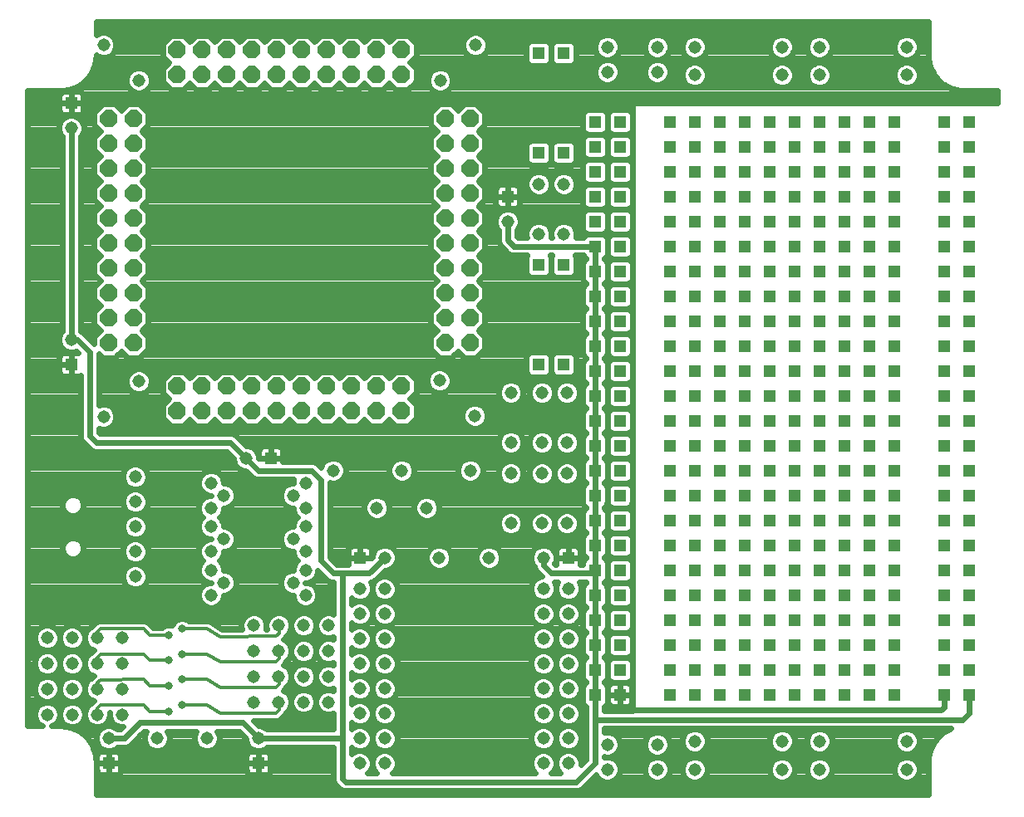
<source format=gbl>
G75*
G70*
%OFA0B0*%
%FSLAX24Y24*%
%IPPOS*%
%LPD*%
%AMOC8*
5,1,8,0,0,1.08239X$1,22.5*
%
%ADD10C,0.0515*%
%ADD11C,0.0320*%
%ADD12C,0.0120*%
%ADD13R,0.0515X0.0515*%
%ADD14OC8,0.0700*%
%ADD15C,0.0240*%
D10*
X008136Y005917D03*
X007670Y006872D03*
X008670Y006872D03*
X008670Y007896D03*
X007670Y007896D03*
X006670Y007896D03*
X005670Y007896D03*
X005670Y008920D03*
X006670Y008920D03*
X007670Y008920D03*
X008670Y008920D03*
X008670Y009943D03*
X007670Y009943D03*
X006670Y009943D03*
X005670Y009943D03*
X009203Y012417D03*
X009203Y013417D03*
X009203Y014417D03*
X009203Y015417D03*
X009203Y016417D03*
X012243Y016167D03*
X012743Y015667D03*
X012243Y015167D03*
X012243Y014417D03*
X012743Y013917D03*
X012243Y013417D03*
X012243Y012667D03*
X012743Y012167D03*
X012243Y011667D03*
X013957Y010443D03*
X014957Y010443D03*
X015957Y010443D03*
X016957Y010443D03*
X016957Y009420D03*
X015957Y009420D03*
X014957Y009420D03*
X013957Y009420D03*
X013957Y008396D03*
X014957Y008396D03*
X015957Y008396D03*
X016957Y008396D03*
X018205Y007917D03*
X018205Y008917D03*
X019205Y008917D03*
X019205Y007917D03*
X019205Y006917D03*
X018205Y006917D03*
X016957Y007372D03*
X015957Y007372D03*
X014957Y007372D03*
X013957Y007372D03*
X014136Y005917D03*
X012063Y005917D03*
X010063Y005917D03*
X006670Y006872D03*
X005670Y006872D03*
X015530Y012167D03*
X016030Y012667D03*
X016030Y013417D03*
X015530Y013917D03*
X016030Y014417D03*
X016030Y015167D03*
X015530Y015667D03*
X016030Y016167D03*
X017136Y016667D03*
X018886Y015167D03*
X019886Y016667D03*
X020886Y015167D03*
X022636Y016667D03*
X024261Y016542D03*
X025511Y016542D03*
X026511Y016542D03*
X026511Y017792D03*
X025511Y017792D03*
X024261Y017792D03*
X022813Y018865D03*
X024261Y019792D03*
X025511Y019792D03*
X026511Y019792D03*
X021399Y020279D03*
X013636Y017167D03*
X009343Y020249D03*
X007929Y018835D03*
X006636Y021917D03*
X006636Y030417D03*
X009343Y032335D03*
X007929Y033749D03*
X021429Y032335D03*
X022843Y033749D03*
X028136Y033667D03*
X028136Y032667D03*
X030136Y032667D03*
X030136Y033667D03*
X031636Y033667D03*
X031636Y032542D03*
X035136Y032542D03*
X035136Y033667D03*
X036636Y033667D03*
X036636Y032542D03*
X040136Y032542D03*
X040136Y033667D03*
X026386Y028167D03*
X025386Y028167D03*
X024136Y026667D03*
X025386Y026167D03*
X026386Y026167D03*
X026511Y014542D03*
X025511Y014542D03*
X024261Y014542D03*
X023386Y013167D03*
X021386Y013167D03*
X019205Y013167D03*
X019205Y011917D03*
X018205Y011917D03*
X018205Y010917D03*
X019205Y010917D03*
X019205Y009917D03*
X018205Y009917D03*
X016030Y011667D03*
X018205Y005917D03*
X019205Y005917D03*
X019205Y004917D03*
X018205Y004917D03*
X025567Y004917D03*
X025567Y005917D03*
X026567Y005917D03*
X026567Y004917D03*
X028136Y004667D03*
X028136Y005667D03*
X030136Y005667D03*
X030136Y004667D03*
X031636Y004667D03*
X031636Y005792D03*
X035136Y005792D03*
X035136Y004667D03*
X036636Y004667D03*
X036636Y005792D03*
X040136Y005792D03*
X040136Y004667D03*
X026567Y006917D03*
X025567Y006917D03*
X025567Y007917D03*
X025567Y008917D03*
X026567Y008917D03*
X026567Y007917D03*
X026567Y009917D03*
X025567Y009917D03*
X025567Y010917D03*
X025567Y011917D03*
X026567Y011917D03*
X026567Y010917D03*
X025567Y013167D03*
D11*
X011075Y010324D03*
X010557Y010068D03*
X011075Y009301D03*
X010557Y009045D03*
X011075Y008277D03*
X010557Y008021D03*
X011075Y007253D03*
X010557Y006997D03*
D12*
X009784Y006997D01*
X009528Y007253D01*
X007795Y007247D01*
X007670Y007122D01*
X007670Y006872D01*
X007670Y007896D02*
X007670Y008146D01*
X007795Y008271D01*
X009528Y008277D01*
X009784Y008021D01*
X010557Y008021D01*
X011075Y008277D02*
X012087Y008277D01*
X012599Y007953D01*
X014844Y007959D01*
X014969Y008084D01*
X014969Y008396D01*
X014844Y008983D02*
X014969Y009108D01*
X014969Y009420D01*
X014844Y010006D02*
X014969Y010131D01*
X014969Y010443D01*
X014844Y010006D02*
X012599Y010000D01*
X012087Y010324D01*
X011075Y010324D01*
X010557Y010068D02*
X009784Y010068D01*
X009528Y010324D01*
X007795Y010318D01*
X007670Y010193D01*
X007670Y009943D01*
X007795Y009295D02*
X009528Y009301D01*
X009784Y009045D01*
X010557Y009045D01*
X011075Y009301D02*
X012087Y009301D01*
X012599Y008977D01*
X014844Y008983D01*
X014969Y007372D02*
X014969Y007060D01*
X014844Y006935D01*
X012599Y006929D01*
X012087Y007253D01*
X011075Y007253D01*
X007670Y008920D02*
X007670Y009170D01*
X007795Y009295D01*
D13*
X008136Y004917D03*
X014136Y004917D03*
X018205Y013167D03*
X014636Y017167D03*
X006636Y020917D03*
X006636Y031417D03*
X024136Y027667D03*
X025386Y029417D03*
X026386Y029417D03*
X027636Y029667D03*
X027636Y030667D03*
X028636Y030667D03*
X028636Y029667D03*
X028636Y028667D03*
X027636Y028667D03*
X027636Y027667D03*
X028636Y027667D03*
X028636Y026667D03*
X027636Y026667D03*
X027636Y025667D03*
X028636Y025667D03*
X028636Y024667D03*
X027636Y024667D03*
X027636Y023667D03*
X028636Y023667D03*
X028636Y022667D03*
X027636Y022667D03*
X027636Y021667D03*
X028636Y021667D03*
X028636Y020667D03*
X027636Y020667D03*
X026386Y020917D03*
X025386Y020917D03*
X027636Y019667D03*
X028636Y019667D03*
X028636Y018667D03*
X027636Y018667D03*
X027636Y017667D03*
X028636Y017667D03*
X028636Y016667D03*
X027636Y016667D03*
X027636Y015667D03*
X028636Y015667D03*
X028636Y014667D03*
X027636Y014667D03*
X027636Y013667D03*
X028636Y013667D03*
X028636Y012667D03*
X027636Y012667D03*
X027636Y011667D03*
X028636Y011667D03*
X028636Y010667D03*
X027636Y010667D03*
X027636Y009667D03*
X028636Y009667D03*
X028636Y008667D03*
X027636Y008667D03*
X027636Y007667D03*
X028636Y007667D03*
X030636Y007667D03*
X031636Y007667D03*
X032636Y007667D03*
X033636Y007667D03*
X034636Y007667D03*
X035636Y007667D03*
X036636Y007667D03*
X037636Y007667D03*
X038636Y007667D03*
X039636Y007667D03*
X039636Y008667D03*
X038636Y008667D03*
X038636Y009667D03*
X039636Y009667D03*
X039636Y010667D03*
X038636Y010667D03*
X037636Y010667D03*
X036636Y010667D03*
X035636Y010667D03*
X034636Y010667D03*
X033636Y010667D03*
X032636Y010667D03*
X031636Y010667D03*
X030636Y010667D03*
X030636Y011667D03*
X030636Y012667D03*
X031636Y012667D03*
X032636Y012667D03*
X033636Y012667D03*
X034636Y012667D03*
X035636Y012667D03*
X036636Y012667D03*
X037636Y012667D03*
X038636Y012667D03*
X039636Y012667D03*
X039636Y011667D03*
X038636Y011667D03*
X037636Y011667D03*
X036636Y011667D03*
X035636Y011667D03*
X034636Y011667D03*
X033636Y011667D03*
X032636Y011667D03*
X031636Y011667D03*
X031636Y013667D03*
X030636Y013667D03*
X030636Y014667D03*
X030636Y015667D03*
X031636Y015667D03*
X032636Y015667D03*
X033636Y015667D03*
X034636Y015667D03*
X035636Y015667D03*
X036636Y015667D03*
X037636Y015667D03*
X038636Y015667D03*
X039636Y015667D03*
X039636Y014667D03*
X038636Y014667D03*
X037636Y014667D03*
X036636Y014667D03*
X035636Y014667D03*
X034636Y014667D03*
X033636Y014667D03*
X032636Y014667D03*
X031636Y014667D03*
X032636Y013667D03*
X033636Y013667D03*
X034636Y013667D03*
X035636Y013667D03*
X036636Y013667D03*
X037636Y013667D03*
X038636Y013667D03*
X039636Y013667D03*
X041636Y013667D03*
X042636Y013667D03*
X042636Y014667D03*
X042636Y015667D03*
X041636Y015667D03*
X041636Y014667D03*
X041636Y016667D03*
X042636Y016667D03*
X042636Y017667D03*
X042636Y018667D03*
X041636Y018667D03*
X041636Y017667D03*
X039636Y017667D03*
X038636Y017667D03*
X038636Y018667D03*
X039636Y018667D03*
X039636Y019667D03*
X038636Y019667D03*
X037636Y019667D03*
X036636Y019667D03*
X035636Y019667D03*
X034636Y019667D03*
X033636Y019667D03*
X032636Y019667D03*
X031636Y019667D03*
X030636Y019667D03*
X030636Y020667D03*
X030636Y021667D03*
X031636Y021667D03*
X032636Y021667D03*
X033636Y021667D03*
X034636Y021667D03*
X035636Y021667D03*
X036636Y021667D03*
X037636Y021667D03*
X038636Y021667D03*
X039636Y021667D03*
X039636Y020667D03*
X038636Y020667D03*
X037636Y020667D03*
X036636Y020667D03*
X035636Y020667D03*
X034636Y020667D03*
X033636Y020667D03*
X032636Y020667D03*
X031636Y020667D03*
X031636Y022667D03*
X030636Y022667D03*
X030636Y023667D03*
X030636Y024667D03*
X031636Y024667D03*
X032636Y024667D03*
X033636Y024667D03*
X034636Y024667D03*
X035636Y024667D03*
X036636Y024667D03*
X037636Y024667D03*
X038636Y024667D03*
X039636Y024667D03*
X039636Y023667D03*
X038636Y023667D03*
X037636Y023667D03*
X036636Y023667D03*
X035636Y023667D03*
X034636Y023667D03*
X033636Y023667D03*
X032636Y023667D03*
X031636Y023667D03*
X032636Y022667D03*
X033636Y022667D03*
X034636Y022667D03*
X035636Y022667D03*
X036636Y022667D03*
X037636Y022667D03*
X038636Y022667D03*
X039636Y022667D03*
X041636Y022667D03*
X042636Y022667D03*
X042636Y023667D03*
X042636Y024667D03*
X041636Y024667D03*
X041636Y023667D03*
X041636Y025667D03*
X042636Y025667D03*
X042636Y026667D03*
X042636Y027667D03*
X041636Y027667D03*
X041636Y026667D03*
X039636Y026667D03*
X038636Y026667D03*
X038636Y027667D03*
X039636Y027667D03*
X039636Y028667D03*
X038636Y028667D03*
X037636Y028667D03*
X036636Y028667D03*
X035636Y028667D03*
X034636Y028667D03*
X033636Y028667D03*
X032636Y028667D03*
X031636Y028667D03*
X030636Y028667D03*
X030636Y029667D03*
X030636Y030667D03*
X031636Y030667D03*
X032636Y030667D03*
X033636Y030667D03*
X034636Y030667D03*
X035636Y030667D03*
X036636Y030667D03*
X037636Y030667D03*
X038636Y030667D03*
X039636Y030667D03*
X039636Y029667D03*
X038636Y029667D03*
X037636Y029667D03*
X036636Y029667D03*
X035636Y029667D03*
X034636Y029667D03*
X033636Y029667D03*
X032636Y029667D03*
X031636Y029667D03*
X031636Y027667D03*
X030636Y027667D03*
X030636Y026667D03*
X031636Y026667D03*
X032636Y026667D03*
X032636Y027667D03*
X033636Y027667D03*
X034636Y027667D03*
X035636Y027667D03*
X036636Y027667D03*
X037636Y027667D03*
X037636Y026667D03*
X036636Y026667D03*
X035636Y026667D03*
X034636Y026667D03*
X033636Y026667D03*
X033636Y025667D03*
X032636Y025667D03*
X031636Y025667D03*
X030636Y025667D03*
X026386Y024917D03*
X025386Y024917D03*
X030636Y018667D03*
X031636Y018667D03*
X032636Y018667D03*
X033636Y018667D03*
X034636Y018667D03*
X035636Y018667D03*
X036636Y018667D03*
X037636Y018667D03*
X037636Y017667D03*
X036636Y017667D03*
X035636Y017667D03*
X034636Y017667D03*
X033636Y017667D03*
X032636Y017667D03*
X031636Y017667D03*
X030636Y017667D03*
X030636Y016667D03*
X031636Y016667D03*
X032636Y016667D03*
X033636Y016667D03*
X034636Y016667D03*
X035636Y016667D03*
X036636Y016667D03*
X037636Y016667D03*
X038636Y016667D03*
X039636Y016667D03*
X041636Y019667D03*
X042636Y019667D03*
X042636Y020667D03*
X042636Y021667D03*
X041636Y021667D03*
X041636Y020667D03*
X039636Y025667D03*
X038636Y025667D03*
X037636Y025667D03*
X036636Y025667D03*
X035636Y025667D03*
X034636Y025667D03*
X041636Y028667D03*
X042636Y028667D03*
X042636Y029667D03*
X042636Y030667D03*
X041636Y030667D03*
X041636Y029667D03*
X026386Y033417D03*
X025386Y033417D03*
X026567Y013167D03*
X030636Y009667D03*
X031636Y009667D03*
X032636Y009667D03*
X033636Y009667D03*
X034636Y009667D03*
X035636Y009667D03*
X036636Y009667D03*
X037636Y009667D03*
X037636Y008667D03*
X036636Y008667D03*
X035636Y008667D03*
X034636Y008667D03*
X033636Y008667D03*
X032636Y008667D03*
X031636Y008667D03*
X030636Y008667D03*
X041636Y008667D03*
X041636Y009667D03*
X042636Y009667D03*
X042636Y008667D03*
X042636Y007667D03*
X041636Y007667D03*
X041636Y010667D03*
X042636Y010667D03*
X042636Y011667D03*
X042636Y012667D03*
X041636Y012667D03*
X041636Y011667D03*
D14*
X022636Y021792D03*
X022636Y022792D03*
X021636Y022792D03*
X021636Y021792D03*
X021636Y023792D03*
X022636Y023792D03*
X022636Y024792D03*
X022636Y025792D03*
X021636Y025792D03*
X021636Y024792D03*
X021636Y026792D03*
X022636Y026792D03*
X022636Y027792D03*
X022636Y028792D03*
X021636Y028792D03*
X021636Y027792D03*
X021636Y029792D03*
X022636Y029792D03*
X022636Y030792D03*
X021636Y030792D03*
X019886Y032542D03*
X018886Y032542D03*
X017886Y032542D03*
X016886Y032542D03*
X015886Y032542D03*
X014886Y032542D03*
X013886Y032542D03*
X012886Y032542D03*
X011886Y032542D03*
X010886Y032542D03*
X010886Y033542D03*
X011886Y033542D03*
X012886Y033542D03*
X013886Y033542D03*
X014886Y033542D03*
X015886Y033542D03*
X016886Y033542D03*
X017886Y033542D03*
X018886Y033542D03*
X019886Y033542D03*
X009136Y030792D03*
X008136Y030792D03*
X008136Y029792D03*
X009136Y029792D03*
X009136Y028792D03*
X008136Y028792D03*
X008136Y027792D03*
X009136Y027792D03*
X009136Y026792D03*
X008136Y026792D03*
X008136Y025792D03*
X009136Y025792D03*
X009136Y024792D03*
X008136Y024792D03*
X008136Y023792D03*
X009136Y023792D03*
X009136Y022792D03*
X008136Y022792D03*
X008136Y021792D03*
X009136Y021792D03*
X010886Y020042D03*
X011886Y020042D03*
X012886Y020042D03*
X013886Y020042D03*
X014886Y020042D03*
X015886Y020042D03*
X016886Y020042D03*
X017886Y020042D03*
X018886Y020042D03*
X019886Y020042D03*
X019886Y019042D03*
X018886Y019042D03*
X017886Y019042D03*
X016886Y019042D03*
X015886Y019042D03*
X014886Y019042D03*
X013886Y019042D03*
X012886Y019042D03*
X011886Y019042D03*
X010886Y019042D03*
D15*
X007632Y004953D02*
X007632Y003657D01*
X041010Y003657D01*
X041010Y004953D01*
X041008Y004961D01*
X041010Y005000D01*
X041010Y005039D01*
X041014Y005047D01*
X041021Y005147D01*
X041018Y005164D01*
X041024Y005194D01*
X041026Y005224D01*
X041034Y005240D01*
X041057Y005346D01*
X041057Y005363D01*
X041067Y005392D01*
X041074Y005422D01*
X041084Y005436D01*
X041122Y005538D01*
X041124Y005555D01*
X041138Y005582D01*
X041149Y005611D01*
X041161Y005624D01*
X041213Y005719D01*
X041217Y005736D01*
X041235Y005760D01*
X041250Y005787D01*
X041264Y005798D01*
X041329Y005885D01*
X041335Y005901D01*
X041357Y005923D01*
X041375Y005947D01*
X041391Y005956D01*
X041467Y006032D01*
X041476Y006048D01*
X041500Y006066D01*
X041522Y006088D01*
X041538Y006094D01*
X041625Y006159D01*
X041636Y006173D01*
X041663Y006187D01*
X041687Y006206D01*
X041704Y006210D01*
X041799Y006262D01*
X041812Y006274D01*
X041841Y006285D01*
X041868Y006299D01*
X041885Y006301D01*
X041900Y006307D01*
X027996Y006307D01*
X027996Y006147D01*
X028037Y006164D01*
X028235Y006164D01*
X028418Y006088D01*
X028558Y005948D01*
X028634Y005766D01*
X028634Y005568D01*
X028558Y005385D01*
X028418Y005245D01*
X028235Y005169D01*
X028037Y005169D01*
X027996Y005186D01*
X027996Y005147D01*
X028037Y005164D01*
X028235Y005164D01*
X028418Y005088D01*
X028558Y004948D01*
X028634Y004766D01*
X028634Y004568D01*
X028558Y004385D01*
X028418Y004245D01*
X028235Y004169D01*
X028037Y004169D01*
X027854Y004245D01*
X027714Y004385D01*
X027685Y004456D01*
X027191Y003963D01*
X027090Y003861D01*
X026958Y003807D01*
X017708Y003807D01*
X017565Y003807D01*
X017432Y003861D01*
X017307Y003986D01*
X017206Y004088D01*
X017151Y004220D01*
X017151Y005557D01*
X014480Y005557D01*
X014418Y005495D01*
X014235Y005419D01*
X014037Y005419D01*
X013854Y005495D01*
X013714Y005635D01*
X013639Y005818D01*
X013639Y005905D01*
X013362Y006182D01*
X012492Y006182D01*
X012561Y006016D01*
X012561Y005818D01*
X012485Y005635D01*
X012345Y005495D01*
X012162Y005419D01*
X011964Y005419D01*
X011782Y005495D01*
X011642Y005635D01*
X011566Y005818D01*
X011566Y006016D01*
X011635Y006182D01*
X010492Y006182D01*
X010561Y006016D01*
X010561Y005818D01*
X010485Y005635D01*
X010345Y005495D01*
X010162Y005419D01*
X009964Y005419D01*
X009782Y005495D01*
X009642Y005635D01*
X009566Y005818D01*
X009566Y006016D01*
X009635Y006182D01*
X009535Y006182D01*
X008965Y005611D01*
X008833Y005557D01*
X008690Y005557D01*
X008480Y005557D01*
X008418Y005495D01*
X008235Y005419D01*
X008037Y005419D01*
X007854Y005495D01*
X007714Y005635D01*
X007639Y005818D01*
X007639Y006016D01*
X007714Y006198D01*
X007854Y006338D01*
X008037Y006414D01*
X008235Y006414D01*
X008418Y006338D01*
X008480Y006277D01*
X008612Y006277D01*
X008710Y006375D01*
X008571Y006375D01*
X008388Y006451D01*
X008248Y006591D01*
X008172Y006773D01*
X008172Y006949D01*
X008167Y006949D01*
X008167Y006773D01*
X008091Y006591D01*
X007951Y006451D01*
X007769Y006375D01*
X007571Y006375D01*
X007388Y006451D01*
X007248Y006591D01*
X007172Y006773D01*
X007172Y006971D01*
X007248Y007154D01*
X007388Y007294D01*
X007438Y007315D01*
X007500Y007377D01*
X007500Y007377D01*
X007536Y007413D01*
X007388Y007474D01*
X007248Y007614D01*
X007172Y007797D01*
X007172Y007995D01*
X007248Y008178D01*
X007388Y008318D01*
X007438Y008338D01*
X007500Y008400D01*
X007500Y008400D01*
X007536Y008437D01*
X007388Y008498D01*
X007248Y008638D01*
X007172Y008821D01*
X007172Y009019D01*
X007248Y009201D01*
X007388Y009341D01*
X007438Y009362D01*
X007500Y009424D01*
X007500Y009424D01*
X007536Y009460D01*
X007388Y009522D01*
X007248Y009661D01*
X007172Y009844D01*
X007172Y010042D01*
X007248Y010225D01*
X007388Y010365D01*
X007438Y010386D01*
X007582Y010530D01*
X007624Y010572D01*
X007624Y010572D01*
X007625Y010573D01*
X007681Y010596D01*
X007734Y010618D01*
X007735Y010618D01*
X007735Y010618D01*
X007792Y010618D01*
X009468Y010624D01*
X009468Y010624D01*
X009529Y010624D01*
X009587Y010624D01*
X009587Y010624D01*
X009588Y010624D01*
X009641Y010602D01*
X009697Y010579D01*
X009697Y010579D01*
X009698Y010578D01*
X009739Y010537D01*
X009782Y010495D01*
X009782Y010494D01*
X009908Y010368D01*
X010292Y010368D01*
X010331Y010407D01*
X010478Y010468D01*
X010637Y010468D01*
X010692Y010445D01*
X010736Y010551D01*
X010849Y010663D01*
X010996Y010724D01*
X011155Y010724D01*
X011302Y010663D01*
X011341Y010624D01*
X012054Y010624D01*
X012079Y010630D01*
X012113Y010624D01*
X012147Y010624D01*
X012171Y010614D01*
X012197Y010610D01*
X012226Y010591D01*
X012257Y010578D01*
X012276Y010560D01*
X012685Y010301D01*
X013477Y010303D01*
X013460Y010344D01*
X013460Y010542D01*
X013535Y010725D01*
X013675Y010865D01*
X013858Y010941D01*
X014056Y010941D01*
X014239Y010865D01*
X014379Y010725D01*
X014455Y010542D01*
X014455Y010344D01*
X014438Y010305D01*
X014476Y010305D01*
X014460Y010344D01*
X014460Y010542D01*
X014535Y010725D01*
X014675Y010865D01*
X014858Y010941D01*
X015056Y010941D01*
X015239Y010865D01*
X015379Y010725D01*
X015455Y010542D01*
X015455Y010344D01*
X015379Y010161D01*
X015255Y010037D01*
X015223Y009961D01*
X015143Y009881D01*
X015239Y009841D01*
X015379Y009701D01*
X015455Y009519D01*
X015455Y009321D01*
X015379Y009138D01*
X015255Y009014D01*
X015223Y008938D01*
X015143Y008857D01*
X015239Y008818D01*
X015379Y008678D01*
X015455Y008495D01*
X015455Y008297D01*
X015379Y008114D01*
X015255Y007990D01*
X015223Y007914D01*
X015143Y007834D01*
X015239Y007794D01*
X015379Y007654D01*
X015455Y007471D01*
X015455Y007273D01*
X015379Y007091D01*
X015255Y006967D01*
X015223Y006890D01*
X015139Y006806D01*
X015056Y006724D01*
X015014Y006681D01*
X015014Y006681D01*
X014961Y006659D01*
X014904Y006636D01*
X014904Y006636D01*
X014904Y006635D01*
X014844Y006635D01*
X013929Y006633D01*
X014148Y006414D01*
X014235Y006414D01*
X014418Y006338D01*
X014480Y006277D01*
X017151Y006277D01*
X017151Y006914D01*
X017056Y006875D01*
X016858Y006875D01*
X016675Y006951D01*
X016535Y007091D01*
X016460Y007273D01*
X016460Y007471D01*
X016535Y007654D01*
X016675Y007794D01*
X016858Y007870D01*
X017056Y007870D01*
X017151Y007830D01*
X017151Y007938D01*
X017056Y007899D01*
X016858Y007899D01*
X016675Y007974D01*
X016535Y008114D01*
X016460Y008297D01*
X016460Y008495D01*
X016535Y008678D01*
X016675Y008818D01*
X016858Y008893D01*
X017056Y008893D01*
X017151Y008854D01*
X017151Y008962D01*
X017056Y008922D01*
X016858Y008922D01*
X016675Y008998D01*
X016535Y009138D01*
X016460Y009321D01*
X016460Y009519D01*
X016535Y009701D01*
X016675Y009841D01*
X016858Y009917D01*
X017056Y009917D01*
X017151Y009878D01*
X017151Y009985D01*
X017056Y009946D01*
X016858Y009946D01*
X016675Y010022D01*
X016535Y010161D01*
X016460Y010344D01*
X016460Y010542D01*
X016535Y010725D01*
X016675Y010865D01*
X016858Y010941D01*
X017056Y010941D01*
X017151Y010901D01*
X017151Y012182D01*
X017065Y012182D01*
X016932Y012236D01*
X016527Y012641D01*
X016527Y012568D01*
X016452Y012385D01*
X016312Y012245D01*
X016129Y012169D01*
X016027Y012169D01*
X016027Y012164D01*
X016129Y012164D01*
X016312Y012088D01*
X016452Y011948D01*
X016527Y011766D01*
X017151Y011766D01*
X017151Y012004D02*
X016396Y012004D01*
X016306Y012243D02*
X016926Y012243D01*
X016687Y012481D02*
X016492Y012481D01*
X016636Y013042D02*
X017136Y012542D01*
X017511Y012542D01*
X017511Y005917D01*
X017511Y004292D01*
X017636Y004167D01*
X026886Y004167D01*
X027636Y004917D01*
X027636Y007667D01*
X027636Y012542D01*
X027636Y025667D01*
X024386Y025667D01*
X024136Y025917D01*
X024136Y026667D01*
X023799Y027032D02*
X023226Y027032D01*
X023226Y027036D02*
X022971Y027292D01*
X023226Y027547D01*
X023226Y028036D01*
X022971Y028292D01*
X023226Y028547D01*
X023226Y029036D01*
X022971Y029292D01*
X023226Y029547D01*
X023226Y030036D01*
X022971Y030292D01*
X023226Y030547D01*
X023226Y031036D01*
X022881Y031382D01*
X022392Y031382D01*
X022136Y031126D01*
X021881Y031382D01*
X021392Y031382D01*
X021046Y031036D01*
X021046Y030547D01*
X021302Y030292D01*
X021046Y030036D01*
X021046Y029547D01*
X021302Y029292D01*
X021046Y029036D01*
X021046Y028547D01*
X021302Y028292D01*
X021046Y028036D01*
X021046Y027547D01*
X021302Y027292D01*
X021046Y027036D01*
X021046Y026547D01*
X021302Y026292D01*
X021046Y026036D01*
X021046Y025547D01*
X021302Y025292D01*
X021046Y025036D01*
X021046Y024547D01*
X021302Y024292D01*
X021046Y024036D01*
X021046Y023547D01*
X021302Y023292D01*
X021046Y023036D01*
X021046Y022547D01*
X021302Y022292D01*
X021046Y022036D01*
X021046Y021547D01*
X021392Y021202D01*
X021881Y021202D01*
X022136Y021457D01*
X022392Y021202D01*
X022881Y021202D01*
X023226Y021547D01*
X023226Y022036D01*
X022971Y022292D01*
X023226Y022547D01*
X023226Y023036D01*
X022971Y023292D01*
X023226Y023547D01*
X023226Y024036D01*
X022971Y024292D01*
X023226Y024547D01*
X023226Y025036D01*
X022971Y025292D01*
X023226Y025547D01*
X023226Y026036D01*
X022971Y026292D01*
X023226Y026547D01*
X023226Y027036D01*
X023226Y026794D02*
X023650Y026794D01*
X023639Y026766D02*
X023639Y026568D01*
X023714Y026385D01*
X023776Y026323D01*
X023776Y025988D01*
X023776Y025845D01*
X023831Y025713D01*
X024081Y025463D01*
X024182Y025361D01*
X024315Y025307D01*
X024924Y025307D01*
X024889Y025222D01*
X024889Y024611D01*
X024925Y024523D01*
X024993Y024456D01*
X025081Y024419D01*
X025691Y024419D01*
X025780Y024456D01*
X025847Y024523D01*
X025884Y024611D01*
X025884Y025222D01*
X025849Y025307D01*
X025924Y025307D01*
X025889Y025222D01*
X025889Y024611D01*
X025925Y024523D01*
X025993Y024456D01*
X026081Y024419D01*
X026691Y024419D01*
X026780Y024456D01*
X026847Y024523D01*
X026884Y024611D01*
X026884Y025222D01*
X026849Y025307D01*
X027161Y025307D01*
X027175Y025273D01*
X027243Y025206D01*
X027276Y025192D01*
X027276Y025141D01*
X027243Y025128D01*
X027175Y025060D01*
X027139Y024972D01*
X027139Y024361D01*
X027175Y024273D01*
X027243Y024206D01*
X027276Y024192D01*
X027276Y024141D01*
X027243Y024128D01*
X027175Y024060D01*
X027139Y023972D01*
X027139Y023361D01*
X027175Y023273D01*
X027243Y023206D01*
X027276Y023192D01*
X027276Y023141D01*
X027243Y023128D01*
X027175Y023060D01*
X027139Y022972D01*
X027139Y022361D01*
X027175Y022273D01*
X027243Y022206D01*
X027276Y022192D01*
X027276Y022141D01*
X027243Y022128D01*
X027175Y022060D01*
X027139Y021972D01*
X027139Y021361D01*
X027175Y021273D01*
X027243Y021206D01*
X027276Y021192D01*
X027276Y021141D01*
X027243Y021128D01*
X027175Y021060D01*
X027139Y020972D01*
X027139Y020361D01*
X027175Y020273D01*
X027243Y020206D01*
X027276Y020192D01*
X027276Y020141D01*
X027243Y020128D01*
X027175Y020060D01*
X027139Y019972D01*
X027139Y019361D01*
X027175Y019273D01*
X027243Y019206D01*
X027276Y019192D01*
X027276Y019141D01*
X027243Y019128D01*
X027175Y019060D01*
X027139Y018972D01*
X027139Y018361D01*
X027175Y018273D01*
X027243Y018206D01*
X027276Y018192D01*
X027276Y018141D01*
X027243Y018128D01*
X027175Y018060D01*
X027139Y017972D01*
X027139Y017361D01*
X027175Y017273D01*
X027243Y017206D01*
X027276Y017192D01*
X027276Y017141D01*
X027243Y017128D01*
X027175Y017060D01*
X027139Y016972D01*
X027139Y016361D01*
X027175Y016273D01*
X027243Y016206D01*
X027276Y016192D01*
X027276Y016141D01*
X027243Y016128D01*
X027175Y016060D01*
X027139Y015972D01*
X027139Y015361D01*
X027175Y015273D01*
X027243Y015206D01*
X027276Y015192D01*
X027276Y015141D01*
X027243Y015128D01*
X027175Y015060D01*
X027139Y014972D01*
X027139Y014361D01*
X027175Y014273D01*
X027243Y014206D01*
X027276Y014192D01*
X027276Y014141D01*
X027243Y014128D01*
X027175Y014060D01*
X027139Y013972D01*
X027139Y013361D01*
X027175Y013273D01*
X027243Y013206D01*
X027276Y013192D01*
X027276Y013141D01*
X027243Y013128D01*
X027175Y013060D01*
X027139Y012972D01*
X027139Y012902D01*
X027045Y012902D01*
X027045Y013166D01*
X026568Y013166D01*
X026568Y013167D01*
X027045Y013167D01*
X027045Y013453D01*
X027030Y013509D01*
X027001Y013559D01*
X026960Y013600D01*
X026910Y013629D01*
X026854Y013644D01*
X026567Y013644D01*
X026281Y013644D01*
X026225Y013629D01*
X026175Y013600D01*
X026134Y013559D01*
X026105Y013509D01*
X026090Y013453D01*
X026090Y013167D01*
X026567Y013167D01*
X026567Y013644D01*
X026567Y013167D01*
X026567Y013167D01*
X026567Y013166D01*
X026090Y013166D01*
X026090Y012902D01*
X026035Y012902D01*
X026007Y012929D01*
X026065Y013068D01*
X026065Y013266D01*
X025989Y013448D01*
X025849Y013588D01*
X025666Y013664D01*
X025468Y013664D01*
X025286Y013588D01*
X025146Y013448D01*
X025070Y013266D01*
X025070Y013068D01*
X025146Y012885D01*
X025207Y012823D01*
X025207Y012789D01*
X025262Y012657D01*
X025505Y012414D01*
X025468Y012414D01*
X025286Y012338D01*
X025146Y012198D01*
X025070Y012016D01*
X025070Y011818D01*
X025146Y011635D01*
X025286Y011495D01*
X025468Y011419D01*
X025666Y011419D01*
X025849Y011495D01*
X025989Y011635D01*
X026065Y011818D01*
X026065Y012016D01*
X025996Y012182D01*
X026139Y012182D01*
X026070Y012016D01*
X026070Y011818D01*
X026146Y011635D01*
X026286Y011495D01*
X026468Y011419D01*
X026666Y011419D01*
X026849Y011495D01*
X026989Y011635D01*
X027065Y011818D01*
X027065Y012016D01*
X026996Y012182D01*
X027276Y012182D01*
X027276Y012141D01*
X027243Y012128D01*
X027175Y012060D01*
X027139Y011972D01*
X027139Y011361D01*
X027175Y011273D01*
X027243Y011206D01*
X027276Y011192D01*
X027276Y011141D01*
X027243Y011128D01*
X027175Y011060D01*
X027139Y010972D01*
X027139Y010361D01*
X027175Y010273D01*
X027243Y010206D01*
X027276Y010192D01*
X027276Y010141D01*
X027243Y010128D01*
X027175Y010060D01*
X027139Y009972D01*
X027139Y009361D01*
X027175Y009273D01*
X027243Y009206D01*
X027276Y009192D01*
X027276Y009141D01*
X027243Y009128D01*
X027175Y009060D01*
X027139Y008972D01*
X027139Y008361D01*
X027175Y008273D01*
X027243Y008206D01*
X027276Y008192D01*
X027276Y008141D01*
X027243Y008128D01*
X027175Y008060D01*
X027139Y007972D01*
X027139Y007361D01*
X027175Y007273D01*
X027243Y007206D01*
X027276Y007192D01*
X027276Y006738D01*
X027276Y006095D01*
X027276Y005066D01*
X027065Y004854D01*
X027065Y005016D01*
X026989Y005198D01*
X026849Y005338D01*
X026666Y005414D01*
X026468Y005414D01*
X026286Y005338D01*
X026146Y005198D01*
X026070Y005016D01*
X026070Y004818D01*
X026146Y004635D01*
X026254Y004527D01*
X025881Y004527D01*
X025989Y004635D01*
X026065Y004818D01*
X026065Y005016D01*
X025989Y005198D01*
X025849Y005338D01*
X025666Y005414D01*
X025468Y005414D01*
X025286Y005338D01*
X025146Y005198D01*
X025070Y005016D01*
X025070Y004818D01*
X025146Y004635D01*
X025254Y004527D01*
X019519Y004527D01*
X019627Y004635D01*
X019703Y004818D01*
X019703Y005016D01*
X019627Y005198D01*
X019487Y005338D01*
X019304Y005414D01*
X019106Y005414D01*
X018923Y005338D01*
X018783Y005198D01*
X018708Y005016D01*
X018708Y004818D01*
X018783Y004635D01*
X018892Y004527D01*
X018519Y004527D01*
X018627Y004635D01*
X018703Y004818D01*
X018703Y005016D01*
X018627Y005198D01*
X018487Y005338D01*
X018304Y005414D01*
X018106Y005414D01*
X017923Y005338D01*
X017871Y005286D01*
X017871Y005547D01*
X017923Y005495D01*
X018106Y005419D01*
X018304Y005419D01*
X018487Y005495D01*
X018627Y005635D01*
X018703Y005818D01*
X018703Y006016D01*
X018627Y006198D01*
X018487Y006338D01*
X018304Y006414D01*
X018106Y006414D01*
X017923Y006338D01*
X017871Y006286D01*
X017871Y006547D01*
X017923Y006495D01*
X018106Y006419D01*
X018304Y006419D01*
X018487Y006495D01*
X018627Y006635D01*
X018703Y006818D01*
X018703Y007016D01*
X018627Y007198D01*
X018487Y007338D01*
X018304Y007414D01*
X018106Y007414D01*
X017923Y007338D01*
X017871Y007286D01*
X017871Y007547D01*
X017923Y007495D01*
X018106Y007419D01*
X018304Y007419D01*
X018487Y007495D01*
X018627Y007635D01*
X018703Y007818D01*
X018703Y008016D01*
X018627Y008198D01*
X018487Y008338D01*
X018304Y008414D01*
X018106Y008414D01*
X017923Y008338D01*
X017871Y008286D01*
X017871Y008547D01*
X017923Y008495D01*
X018106Y008419D01*
X018304Y008419D01*
X018487Y008495D01*
X018627Y008635D01*
X018703Y008818D01*
X018703Y009016D01*
X018627Y009198D01*
X018487Y009338D01*
X018304Y009414D01*
X018106Y009414D01*
X017923Y009338D01*
X017871Y009286D01*
X017871Y009547D01*
X017923Y009495D01*
X018106Y009419D01*
X018304Y009419D01*
X018487Y009495D01*
X018627Y009635D01*
X018703Y009818D01*
X018703Y010016D01*
X018627Y010198D01*
X018487Y010338D01*
X018304Y010414D01*
X018106Y010414D01*
X017923Y010338D01*
X017871Y010286D01*
X017871Y010547D01*
X017923Y010495D01*
X018106Y010419D01*
X018304Y010419D01*
X018487Y010495D01*
X018627Y010635D01*
X018703Y010818D01*
X018703Y011016D01*
X018627Y011198D01*
X018487Y011338D01*
X018304Y011414D01*
X018106Y011414D01*
X017923Y011338D01*
X017871Y011286D01*
X017871Y011547D01*
X017923Y011495D01*
X018106Y011419D01*
X018304Y011419D01*
X018487Y011495D01*
X018627Y011635D01*
X018703Y011818D01*
X018703Y012016D01*
X018634Y012182D01*
X018652Y012182D01*
X018784Y012236D01*
X019217Y012669D01*
X019304Y012669D01*
X019487Y012745D01*
X019627Y012885D01*
X019703Y013068D01*
X019703Y013266D01*
X019627Y013448D01*
X019487Y013588D01*
X019304Y013664D01*
X019106Y013664D01*
X018923Y013588D01*
X018783Y013448D01*
X018708Y013266D01*
X018708Y013178D01*
X018683Y013153D01*
X018683Y013166D01*
X018206Y013166D01*
X018206Y013167D01*
X018683Y013167D01*
X018683Y013453D01*
X018668Y013509D01*
X018639Y013559D01*
X018598Y013600D01*
X018548Y013629D01*
X018492Y013644D01*
X018205Y013644D01*
X017919Y013644D01*
X017863Y013629D01*
X017813Y013600D01*
X017772Y013559D01*
X017743Y013509D01*
X017728Y013453D01*
X017728Y013167D01*
X018205Y013167D01*
X018205Y013644D01*
X018205Y013167D01*
X018205Y013167D01*
X018205Y013166D01*
X017728Y013166D01*
X017728Y012902D01*
X017583Y012902D01*
X017440Y012902D01*
X017285Y012902D01*
X016996Y013191D01*
X016996Y016186D01*
X017037Y016169D01*
X017235Y016169D01*
X017418Y016245D01*
X017558Y016385D01*
X017634Y016568D01*
X017634Y016766D01*
X017558Y016948D01*
X017418Y017088D01*
X017235Y017164D01*
X017037Y017164D01*
X016854Y017088D01*
X016714Y016948D01*
X016648Y016789D01*
X016566Y016871D01*
X016465Y016972D01*
X016333Y017027D01*
X015114Y017027D01*
X015114Y017166D01*
X014637Y017166D01*
X014637Y017167D01*
X015114Y017167D01*
X015114Y017453D01*
X015099Y017509D01*
X015070Y017559D01*
X015029Y017600D01*
X014979Y017629D01*
X014923Y017644D01*
X014636Y017644D01*
X014350Y017644D01*
X014294Y017629D01*
X014244Y017600D01*
X014203Y017559D01*
X014174Y017509D01*
X014159Y017453D01*
X014159Y017167D01*
X014636Y017167D01*
X014636Y017644D01*
X014636Y017167D01*
X014636Y017167D01*
X014636Y017166D01*
X014159Y017166D01*
X014159Y017153D01*
X014134Y017178D01*
X014134Y017266D01*
X014058Y017448D01*
X013918Y017588D01*
X013735Y017664D01*
X013648Y017664D01*
X013215Y018097D01*
X013083Y018152D01*
X012940Y018152D01*
X007785Y018152D01*
X007746Y018191D01*
X007746Y018372D01*
X007830Y018337D01*
X008028Y018337D01*
X008211Y018413D01*
X008351Y018553D01*
X008427Y018736D01*
X008427Y018934D01*
X008351Y019116D01*
X008211Y019256D01*
X008028Y019332D01*
X007830Y019332D01*
X007746Y019297D01*
X007746Y021347D01*
X007892Y021202D01*
X008381Y021202D01*
X008636Y021457D01*
X008892Y021202D01*
X009381Y021202D01*
X009726Y021547D01*
X009726Y022036D01*
X009471Y022292D01*
X009726Y022547D01*
X009726Y023036D01*
X009471Y023292D01*
X009726Y023547D01*
X009726Y024036D01*
X009471Y024292D01*
X009726Y024547D01*
X009726Y025036D01*
X009471Y025292D01*
X009726Y025547D01*
X009726Y026036D01*
X009471Y026292D01*
X009726Y026547D01*
X009726Y027036D01*
X009471Y027292D01*
X009726Y027547D01*
X009726Y028036D01*
X009471Y028292D01*
X009726Y028547D01*
X009726Y029036D01*
X009471Y029292D01*
X009726Y029547D01*
X009726Y030036D01*
X009471Y030292D01*
X009726Y030547D01*
X009726Y031036D01*
X009381Y031382D01*
X008892Y031382D01*
X008636Y031126D01*
X008381Y031382D01*
X007892Y031382D01*
X007546Y031036D01*
X007546Y030547D01*
X007802Y030292D01*
X007546Y030036D01*
X007546Y029547D01*
X007802Y029292D01*
X007546Y029036D01*
X007546Y028547D01*
X007802Y028292D01*
X007546Y028036D01*
X007546Y027547D01*
X007802Y027292D01*
X007546Y027036D01*
X007546Y026547D01*
X007802Y026292D01*
X007546Y026036D01*
X007546Y025547D01*
X007802Y025292D01*
X007546Y025036D01*
X007546Y024547D01*
X007802Y024292D01*
X007546Y024036D01*
X007546Y023547D01*
X007802Y023292D01*
X007546Y023036D01*
X007546Y022547D01*
X007802Y022292D01*
X007546Y022036D01*
X007546Y021766D01*
X007090Y022222D01*
X006996Y022261D01*
X006996Y030073D01*
X007058Y030135D01*
X007134Y030318D01*
X007134Y030516D01*
X007058Y030698D01*
X006918Y030838D01*
X006735Y030914D01*
X006537Y030914D01*
X006354Y030838D01*
X006214Y030698D01*
X006139Y030516D01*
X006139Y030318D01*
X006214Y030135D01*
X006276Y030073D01*
X006276Y022260D01*
X006214Y022198D01*
X006139Y022016D01*
X006139Y021818D01*
X006214Y021635D01*
X006354Y021495D01*
X006537Y021419D01*
X006735Y021419D01*
X006834Y021460D01*
X006900Y021394D01*
X006636Y021394D01*
X006350Y021394D01*
X006294Y021379D01*
X006244Y021350D01*
X006203Y021309D01*
X006174Y021259D01*
X006159Y021203D01*
X006159Y020917D01*
X006636Y020917D01*
X006636Y021394D01*
X006636Y020917D01*
X006636Y020917D01*
X006636Y020916D01*
X006636Y020916D01*
X006636Y020439D01*
X006350Y020439D01*
X006294Y020454D01*
X006244Y020483D01*
X006203Y020524D01*
X006174Y020574D01*
X006159Y020630D01*
X006159Y020916D01*
X006636Y020916D01*
X006636Y020439D01*
X006923Y020439D01*
X006979Y020454D01*
X007026Y020482D01*
X007026Y018113D01*
X007026Y017970D01*
X007081Y017838D01*
X007331Y017588D01*
X007432Y017486D01*
X007565Y017432D01*
X012862Y017432D01*
X013139Y017155D01*
X013139Y017068D01*
X013214Y016885D01*
X013354Y016745D01*
X013537Y016669D01*
X013625Y016669D01*
X013932Y016361D01*
X014065Y016307D01*
X014208Y016307D01*
X015549Y016307D01*
X015532Y016266D01*
X015532Y016164D01*
X015431Y016164D01*
X015248Y016088D01*
X015108Y015948D01*
X015032Y015766D01*
X015032Y015568D01*
X015108Y015385D01*
X015248Y015245D01*
X015431Y015169D01*
X015532Y015169D01*
X015532Y015068D01*
X015608Y014885D01*
X015701Y014792D01*
X015608Y014698D01*
X015532Y014516D01*
X015532Y014414D01*
X015431Y014414D01*
X015248Y014338D01*
X015108Y014198D01*
X015032Y014016D01*
X015032Y013818D01*
X015108Y013635D01*
X015248Y013495D01*
X015431Y013419D01*
X015532Y013419D01*
X015532Y013318D01*
X015608Y013135D01*
X015701Y013042D01*
X015608Y012948D01*
X015532Y012766D01*
X015532Y012664D01*
X015431Y012664D01*
X015248Y012588D01*
X015108Y012448D01*
X015032Y012266D01*
X015032Y012068D01*
X015108Y011885D01*
X015248Y011745D01*
X015431Y011669D01*
X015532Y011669D01*
X015532Y011568D01*
X015608Y011385D01*
X015748Y011245D01*
X015931Y011169D01*
X016129Y011169D01*
X016312Y011245D01*
X016452Y011385D01*
X016527Y011568D01*
X016527Y011766D01*
X016511Y011527D02*
X017151Y011527D01*
X017151Y011289D02*
X016355Y011289D01*
X016239Y010865D02*
X016056Y010941D01*
X015858Y010941D01*
X015675Y010865D01*
X015535Y010725D01*
X015460Y010542D01*
X015460Y010344D01*
X015535Y010161D01*
X015675Y010022D01*
X015858Y009946D01*
X016056Y009946D01*
X016239Y010022D01*
X016379Y010161D01*
X016455Y010344D01*
X016455Y010542D01*
X016379Y010725D01*
X016239Y010865D01*
X016292Y010812D02*
X016622Y010812D01*
X016472Y010573D02*
X016442Y010573D01*
X016450Y010334D02*
X016464Y010334D01*
X016601Y010096D02*
X016313Y010096D01*
X016200Y009857D02*
X016714Y009857D01*
X016501Y009619D02*
X016413Y009619D01*
X016379Y009701D02*
X016239Y009841D01*
X016056Y009917D01*
X015858Y009917D01*
X015675Y009841D01*
X015535Y009701D01*
X015460Y009519D01*
X015460Y009321D01*
X015535Y009138D01*
X015675Y008998D01*
X015858Y008922D01*
X016056Y008922D01*
X016239Y008998D01*
X016379Y009138D01*
X016455Y009321D01*
X016455Y009519D01*
X016379Y009701D01*
X016455Y009380D02*
X016460Y009380D01*
X016534Y009142D02*
X016380Y009142D01*
X016239Y008818D02*
X016056Y008893D01*
X015858Y008893D01*
X015675Y008818D01*
X015535Y008678D01*
X015460Y008495D01*
X015460Y008297D01*
X015535Y008114D01*
X015675Y007974D01*
X015858Y007899D01*
X016056Y007899D01*
X016239Y007974D01*
X016379Y008114D01*
X016455Y008297D01*
X016455Y008495D01*
X016379Y008678D01*
X016239Y008818D01*
X016384Y008665D02*
X016530Y008665D01*
X016460Y008426D02*
X016455Y008426D01*
X016409Y008188D02*
X016505Y008188D01*
X016736Y007949D02*
X016178Y007949D01*
X016056Y007870D02*
X015858Y007870D01*
X015675Y007794D01*
X015535Y007654D01*
X015460Y007471D01*
X015460Y007273D01*
X015535Y007091D01*
X015675Y006951D01*
X015858Y006875D01*
X016056Y006875D01*
X016239Y006951D01*
X016379Y007091D01*
X016455Y007273D01*
X016455Y007471D01*
X016379Y007654D01*
X016239Y007794D01*
X016056Y007870D01*
X016322Y007710D02*
X016592Y007710D01*
X016460Y007472D02*
X016454Y007472D01*
X016438Y007233D02*
X016476Y007233D01*
X016631Y006995D02*
X016283Y006995D01*
X017151Y006756D02*
X015089Y006756D01*
X015014Y006681D02*
X015014Y006681D01*
X015283Y006995D02*
X015631Y006995D01*
X015476Y007233D02*
X015438Y007233D01*
X015454Y007472D02*
X015460Y007472D01*
X015592Y007710D02*
X015322Y007710D01*
X015238Y007949D02*
X015736Y007949D01*
X015505Y008188D02*
X015409Y008188D01*
X015455Y008426D02*
X015460Y008426D01*
X015530Y008665D02*
X015384Y008665D01*
X015189Y008903D02*
X017151Y008903D01*
X017871Y008426D02*
X018089Y008426D01*
X018321Y008426D02*
X019089Y008426D01*
X019106Y008419D02*
X019304Y008419D01*
X019487Y008495D01*
X019627Y008635D01*
X019703Y008818D01*
X019703Y009016D01*
X019627Y009198D01*
X019487Y009338D01*
X019304Y009414D01*
X019106Y009414D01*
X018923Y009338D01*
X018783Y009198D01*
X018708Y009016D01*
X018708Y008818D01*
X018783Y008635D01*
X018923Y008495D01*
X019106Y008419D01*
X019106Y008414D02*
X018923Y008338D01*
X018783Y008198D01*
X018708Y008016D01*
X018708Y007818D01*
X018783Y007635D01*
X018923Y007495D01*
X019106Y007419D01*
X019304Y007419D01*
X019487Y007495D01*
X019627Y007635D01*
X019703Y007818D01*
X019703Y008016D01*
X019627Y008198D01*
X019487Y008338D01*
X019304Y008414D01*
X019106Y008414D01*
X019321Y008426D02*
X025452Y008426D01*
X025468Y008419D02*
X025666Y008419D01*
X025849Y008495D01*
X025989Y008635D01*
X026065Y008818D01*
X026065Y009016D01*
X025989Y009198D01*
X025849Y009338D01*
X025666Y009414D01*
X025468Y009414D01*
X025286Y009338D01*
X025146Y009198D01*
X025070Y009016D01*
X025070Y008818D01*
X025146Y008635D01*
X025286Y008495D01*
X025468Y008419D01*
X025468Y008414D02*
X025286Y008338D01*
X025146Y008198D01*
X025070Y008016D01*
X025070Y007818D01*
X025146Y007635D01*
X025286Y007495D01*
X025468Y007419D01*
X025666Y007419D01*
X025849Y007495D01*
X025989Y007635D01*
X026065Y007818D01*
X026065Y008016D01*
X025989Y008198D01*
X025849Y008338D01*
X025666Y008414D01*
X025468Y008414D01*
X025683Y008426D02*
X026452Y008426D01*
X026468Y008419D02*
X026666Y008419D01*
X026849Y008495D01*
X026989Y008635D01*
X027065Y008818D01*
X027065Y009016D01*
X026989Y009198D01*
X026849Y009338D01*
X026666Y009414D01*
X026468Y009414D01*
X026286Y009338D01*
X026146Y009198D01*
X026070Y009016D01*
X026070Y008818D01*
X026146Y008635D01*
X026286Y008495D01*
X026468Y008419D01*
X026468Y008414D02*
X026286Y008338D01*
X026146Y008198D01*
X026070Y008016D01*
X026070Y007818D01*
X026146Y007635D01*
X026286Y007495D01*
X026468Y007419D01*
X026666Y007419D01*
X026849Y007495D01*
X026989Y007635D01*
X027065Y007818D01*
X027065Y008016D01*
X026989Y008198D01*
X026849Y008338D01*
X026666Y008414D01*
X026468Y008414D01*
X026683Y008426D02*
X027139Y008426D01*
X027139Y008665D02*
X027001Y008665D01*
X027065Y008903D02*
X027139Y008903D01*
X027013Y009142D02*
X027276Y009142D01*
X027139Y009380D02*
X026748Y009380D01*
X026666Y009419D02*
X026849Y009495D01*
X026989Y009635D01*
X027065Y009818D01*
X027065Y010016D01*
X026989Y010198D01*
X026849Y010338D01*
X026666Y010414D01*
X026468Y010414D01*
X026286Y010338D01*
X026146Y010198D01*
X026070Y010016D01*
X026070Y009818D01*
X026146Y009635D01*
X026286Y009495D01*
X026468Y009419D01*
X026666Y009419D01*
X026387Y009380D02*
X025748Y009380D01*
X025666Y009419D02*
X025849Y009495D01*
X025989Y009635D01*
X026065Y009818D01*
X026065Y010016D01*
X025989Y010198D01*
X025849Y010338D01*
X025666Y010414D01*
X025468Y010414D01*
X025286Y010338D01*
X025146Y010198D01*
X025070Y010016D01*
X025070Y009818D01*
X025146Y009635D01*
X025286Y009495D01*
X025468Y009419D01*
X025666Y009419D01*
X025387Y009380D02*
X019386Y009380D01*
X019304Y009419D02*
X019487Y009495D01*
X019627Y009635D01*
X019703Y009818D01*
X019703Y010016D01*
X019627Y010198D01*
X019487Y010338D01*
X019304Y010414D01*
X019106Y010414D01*
X018923Y010338D01*
X018783Y010198D01*
X018708Y010016D01*
X018708Y009818D01*
X018783Y009635D01*
X018923Y009495D01*
X019106Y009419D01*
X019304Y009419D01*
X019024Y009380D02*
X018386Y009380D01*
X018611Y009619D02*
X018799Y009619D01*
X018708Y009857D02*
X018703Y009857D01*
X018669Y010096D02*
X018741Y010096D01*
X018919Y010334D02*
X018491Y010334D01*
X018565Y010573D02*
X018845Y010573D01*
X018783Y010635D02*
X018923Y010495D01*
X019106Y010419D01*
X019304Y010419D01*
X019487Y010495D01*
X019627Y010635D01*
X019703Y010818D01*
X019703Y011016D01*
X019627Y011198D01*
X019487Y011338D01*
X019304Y011414D01*
X019106Y011414D01*
X018923Y011338D01*
X018783Y011198D01*
X018708Y011016D01*
X018708Y010818D01*
X018783Y010635D01*
X018710Y010812D02*
X018700Y010812D01*
X018688Y011050D02*
X018722Y011050D01*
X018874Y011289D02*
X018537Y011289D01*
X018519Y011527D02*
X018891Y011527D01*
X018923Y011495D02*
X019106Y011419D01*
X019304Y011419D01*
X019487Y011495D01*
X019627Y011635D01*
X019703Y011818D01*
X019703Y012016D01*
X019627Y012198D01*
X019487Y012338D01*
X019304Y012414D01*
X019106Y012414D01*
X018923Y012338D01*
X018783Y012198D01*
X018708Y012016D01*
X018708Y011818D01*
X018783Y011635D01*
X018923Y011495D01*
X018729Y011766D02*
X018681Y011766D01*
X018703Y012004D02*
X018708Y012004D01*
X018790Y012243D02*
X018828Y012243D01*
X019029Y012481D02*
X025437Y012481D01*
X025236Y012720D02*
X023607Y012720D01*
X023668Y012745D02*
X023808Y012885D01*
X023884Y013068D01*
X023884Y013266D01*
X023808Y013448D01*
X023668Y013588D01*
X023485Y013664D01*
X023287Y013664D01*
X023104Y013588D01*
X022964Y013448D01*
X022889Y013266D01*
X022889Y013068D01*
X022964Y012885D01*
X023104Y012745D01*
X023287Y012669D01*
X023485Y012669D01*
X023668Y012745D01*
X023838Y012958D02*
X025115Y012958D01*
X025070Y013197D02*
X023884Y013197D01*
X023813Y013436D02*
X025140Y013436D01*
X025567Y013167D02*
X025567Y012861D01*
X025886Y012542D01*
X027636Y012542D01*
X028134Y012481D02*
X028139Y012481D01*
X028139Y012361D02*
X028175Y012273D01*
X028243Y012206D01*
X028331Y012169D01*
X028941Y012169D01*
X029030Y012206D01*
X029097Y012273D01*
X029134Y012361D01*
X029134Y012972D01*
X029097Y013060D01*
X029030Y013128D01*
X028941Y013164D01*
X028331Y013164D01*
X028243Y013128D01*
X028175Y013060D01*
X028139Y012972D01*
X028139Y012361D01*
X028134Y012361D02*
X028134Y012972D01*
X028097Y013060D01*
X028030Y013128D01*
X027996Y013141D01*
X027996Y013192D01*
X028030Y013206D01*
X028097Y013273D01*
X028134Y013361D01*
X028134Y013972D01*
X028097Y014060D01*
X028030Y014128D01*
X027996Y014141D01*
X027996Y014192D01*
X028030Y014206D01*
X028097Y014273D01*
X028134Y014361D01*
X028134Y014972D01*
X028097Y015060D01*
X028030Y015128D01*
X027996Y015141D01*
X027996Y015192D01*
X028030Y015206D01*
X028097Y015273D01*
X028134Y015361D01*
X028134Y015972D01*
X028097Y016060D01*
X028030Y016128D01*
X027996Y016141D01*
X027996Y016192D01*
X028030Y016206D01*
X028097Y016273D01*
X028134Y016361D01*
X028134Y016972D01*
X028097Y017060D01*
X028030Y017128D01*
X027996Y017141D01*
X027996Y017192D01*
X028030Y017206D01*
X028097Y017273D01*
X028134Y017361D01*
X028134Y017972D01*
X028097Y018060D01*
X028030Y018128D01*
X027996Y018141D01*
X027996Y018192D01*
X028030Y018206D01*
X028097Y018273D01*
X028134Y018361D01*
X028134Y018972D01*
X028097Y019060D01*
X028030Y019128D01*
X027996Y019141D01*
X027996Y019192D01*
X028030Y019206D01*
X028097Y019273D01*
X028134Y019361D01*
X028134Y019972D01*
X028097Y020060D01*
X028030Y020128D01*
X027996Y020141D01*
X027996Y020192D01*
X028030Y020206D01*
X028097Y020273D01*
X028134Y020361D01*
X028134Y020972D01*
X028097Y021060D01*
X028030Y021128D01*
X027996Y021141D01*
X027996Y021192D01*
X028030Y021206D01*
X028097Y021273D01*
X028134Y021361D01*
X028134Y021972D01*
X028097Y022060D01*
X028030Y022128D01*
X027996Y022141D01*
X027996Y022192D01*
X028030Y022206D01*
X028097Y022273D01*
X028134Y022361D01*
X028134Y022972D01*
X028097Y023060D01*
X028030Y023128D01*
X027996Y023141D01*
X027996Y023192D01*
X028030Y023206D01*
X028097Y023273D01*
X028134Y023361D01*
X028134Y023972D01*
X028097Y024060D01*
X028030Y024128D01*
X027996Y024141D01*
X027996Y024192D01*
X028030Y024206D01*
X028097Y024273D01*
X028134Y024361D01*
X028134Y024972D01*
X028097Y025060D01*
X028030Y025128D01*
X027996Y025141D01*
X027996Y025192D01*
X028030Y025206D01*
X028097Y025273D01*
X028134Y025361D01*
X028134Y025972D01*
X028097Y026060D01*
X028030Y026128D01*
X027941Y026164D01*
X027331Y026164D01*
X027243Y026128D01*
X027175Y026060D01*
X027161Y026027D01*
X026867Y026027D01*
X026884Y026068D01*
X026884Y026266D01*
X026808Y026448D01*
X026668Y026588D01*
X026485Y026664D01*
X026287Y026664D01*
X026104Y026588D01*
X025964Y026448D01*
X025889Y026266D01*
X025889Y026068D01*
X025906Y026027D01*
X025867Y026027D01*
X025884Y026068D01*
X025884Y026266D01*
X025808Y026448D01*
X025668Y026588D01*
X025485Y026664D01*
X025287Y026664D01*
X025104Y026588D01*
X024964Y026448D01*
X024889Y026266D01*
X024889Y026068D01*
X024906Y026027D01*
X024535Y026027D01*
X024496Y026066D01*
X024496Y026323D01*
X024558Y026385D01*
X024634Y026568D01*
X024634Y026766D01*
X024558Y026948D01*
X024418Y027088D01*
X024235Y027164D01*
X024037Y027164D01*
X023854Y027088D01*
X023714Y026948D01*
X023639Y026766D01*
X023644Y026555D02*
X023226Y026555D01*
X022996Y026317D02*
X023776Y026317D01*
X023776Y026078D02*
X023184Y026078D01*
X023226Y025840D02*
X023778Y025840D01*
X023943Y025601D02*
X023226Y025601D01*
X023042Y025363D02*
X024181Y025363D01*
X024889Y025124D02*
X023138Y025124D01*
X023226Y024886D02*
X024889Y024886D01*
X024889Y024647D02*
X023226Y024647D01*
X023087Y024409D02*
X027139Y024409D01*
X027139Y024647D02*
X026884Y024647D01*
X026884Y024886D02*
X027139Y024886D01*
X027239Y025124D02*
X026884Y025124D01*
X025889Y025124D02*
X025884Y025124D01*
X025884Y024886D02*
X025889Y024886D01*
X025884Y024647D02*
X025889Y024647D01*
X027139Y023931D02*
X023226Y023931D01*
X023226Y023693D02*
X027139Y023693D01*
X027139Y023454D02*
X023133Y023454D01*
X023046Y023216D02*
X027233Y023216D01*
X027141Y022977D02*
X023226Y022977D01*
X023226Y022739D02*
X027139Y022739D01*
X027139Y022500D02*
X023179Y022500D01*
X023001Y022262D02*
X027187Y022262D01*
X027160Y022023D02*
X023226Y022023D01*
X023226Y021785D02*
X027139Y021785D01*
X027139Y021546D02*
X023225Y021546D01*
X022986Y021307D02*
X024924Y021307D01*
X024925Y021310D02*
X024889Y021222D01*
X024889Y020611D01*
X024925Y020523D01*
X024993Y020456D01*
X025081Y020419D01*
X025691Y020419D01*
X025780Y020456D01*
X025847Y020523D01*
X025884Y020611D01*
X025884Y021222D01*
X025847Y021310D01*
X025780Y021378D01*
X025691Y021414D01*
X025081Y021414D01*
X024993Y021378D01*
X024925Y021310D01*
X024889Y021069D02*
X007746Y021069D01*
X007746Y021307D02*
X007786Y021307D01*
X007386Y021417D02*
X007386Y018042D01*
X007636Y017792D01*
X013011Y017792D01*
X013636Y017167D01*
X014136Y016667D01*
X016261Y016667D01*
X016636Y016292D01*
X016636Y013042D01*
X016996Y013197D02*
X017728Y013197D01*
X017728Y013436D02*
X016996Y013436D01*
X016996Y013674D02*
X027139Y013674D01*
X027139Y013436D02*
X027045Y013436D01*
X027045Y013197D02*
X027264Y013197D01*
X027139Y012958D02*
X027045Y012958D01*
X026567Y013197D02*
X026567Y013197D01*
X026567Y013436D02*
X026567Y013436D01*
X026090Y013436D02*
X025994Y013436D01*
X026065Y013197D02*
X026090Y013197D01*
X026090Y012958D02*
X026019Y012958D01*
X026065Y012004D02*
X026070Y012004D01*
X026091Y011766D02*
X026043Y011766D01*
X025881Y011527D02*
X026253Y011527D01*
X026286Y011338D02*
X026146Y011198D01*
X026070Y011016D01*
X026070Y010818D01*
X026146Y010635D01*
X026286Y010495D01*
X026468Y010419D01*
X026666Y010419D01*
X026849Y010495D01*
X026989Y010635D01*
X027065Y010818D01*
X027065Y011016D01*
X026989Y011198D01*
X026849Y011338D01*
X026666Y011414D01*
X026468Y011414D01*
X026286Y011338D01*
X026236Y011289D02*
X025899Y011289D01*
X025849Y011338D02*
X025666Y011414D01*
X025468Y011414D01*
X025286Y011338D01*
X025146Y011198D01*
X025070Y011016D01*
X025070Y010818D01*
X025146Y010635D01*
X025286Y010495D01*
X025468Y010419D01*
X025666Y010419D01*
X025849Y010495D01*
X025989Y010635D01*
X026065Y010818D01*
X026065Y011016D01*
X025989Y011198D01*
X025849Y011338D01*
X026051Y011050D02*
X026084Y011050D01*
X026072Y010812D02*
X026062Y010812D01*
X025927Y010573D02*
X026207Y010573D01*
X026282Y010334D02*
X025853Y010334D01*
X026032Y010096D02*
X026103Y010096D01*
X026070Y009857D02*
X026065Y009857D01*
X025973Y009619D02*
X026162Y009619D01*
X026122Y009142D02*
X026013Y009142D01*
X026065Y008903D02*
X026070Y008903D01*
X026133Y008665D02*
X026001Y008665D01*
X025133Y008665D02*
X019639Y008665D01*
X019703Y008903D02*
X025070Y008903D01*
X025122Y009142D02*
X019650Y009142D01*
X019611Y009619D02*
X025162Y009619D01*
X025070Y009857D02*
X019703Y009857D01*
X019669Y010096D02*
X025103Y010096D01*
X025282Y010334D02*
X019491Y010334D01*
X019565Y010573D02*
X025207Y010573D01*
X025072Y010812D02*
X019700Y010812D01*
X019688Y011050D02*
X025084Y011050D01*
X025236Y011289D02*
X019537Y011289D01*
X019519Y011527D02*
X025253Y011527D01*
X025091Y011766D02*
X019681Y011766D01*
X019703Y012004D02*
X025070Y012004D01*
X025190Y012243D02*
X019582Y012243D01*
X019426Y012720D02*
X021165Y012720D01*
X021104Y012745D02*
X021287Y012669D01*
X021485Y012669D01*
X021668Y012745D01*
X021808Y012885D01*
X021884Y013068D01*
X021884Y013266D01*
X021808Y013448D01*
X021668Y013588D01*
X021485Y013664D01*
X021287Y013664D01*
X021104Y013588D01*
X020964Y013448D01*
X020889Y013266D01*
X020889Y013068D01*
X020964Y012885D01*
X021104Y012745D01*
X020934Y012958D02*
X019657Y012958D01*
X019703Y013197D02*
X020889Y013197D01*
X020959Y013436D02*
X019632Y013436D01*
X019205Y013167D02*
X018580Y012542D01*
X017511Y012542D01*
X017728Y012958D02*
X017229Y012958D01*
X018205Y013197D02*
X018205Y013197D01*
X018205Y013436D02*
X018205Y013436D01*
X018683Y013436D02*
X018778Y013436D01*
X018708Y013197D02*
X018683Y013197D01*
X016996Y013913D02*
X027139Y013913D01*
X027276Y014151D02*
X026824Y014151D01*
X026793Y014120D02*
X026933Y014260D01*
X027009Y014443D01*
X027009Y014641D01*
X026933Y014823D01*
X026793Y014963D01*
X026610Y015039D01*
X026412Y015039D01*
X026229Y014963D01*
X026089Y014823D01*
X026014Y014641D01*
X026014Y014443D01*
X026089Y014260D01*
X026229Y014120D01*
X026412Y014044D01*
X026610Y014044D01*
X026793Y014120D01*
X026987Y014390D02*
X027139Y014390D01*
X027139Y014628D02*
X027009Y014628D01*
X026890Y014867D02*
X027139Y014867D01*
X027220Y015105D02*
X021384Y015105D01*
X021384Y015068D02*
X021308Y014885D01*
X021168Y014745D01*
X020985Y014669D01*
X020787Y014669D01*
X020604Y014745D01*
X020464Y014885D01*
X020389Y015068D01*
X020389Y015266D01*
X020464Y015448D01*
X020604Y015588D01*
X020787Y015664D01*
X020985Y015664D01*
X021168Y015588D01*
X021308Y015448D01*
X021384Y015266D01*
X021384Y015068D01*
X021290Y014867D02*
X023883Y014867D01*
X023839Y014823D02*
X023764Y014641D01*
X023764Y014443D01*
X023839Y014260D01*
X023979Y014120D01*
X024162Y014044D01*
X024360Y014044D01*
X024543Y014120D01*
X024683Y014260D01*
X024759Y014443D01*
X024759Y014641D01*
X024683Y014823D01*
X024543Y014963D01*
X024360Y015039D01*
X024162Y015039D01*
X023979Y014963D01*
X023839Y014823D01*
X023764Y014628D02*
X016996Y014628D01*
X016996Y014390D02*
X023786Y014390D01*
X023948Y014151D02*
X016996Y014151D01*
X016996Y014867D02*
X018483Y014867D01*
X018464Y014885D02*
X018604Y014745D01*
X018787Y014669D01*
X018985Y014669D01*
X019168Y014745D01*
X019308Y014885D01*
X019384Y015068D01*
X019384Y015266D01*
X019308Y015448D01*
X019168Y015588D01*
X018985Y015664D01*
X018787Y015664D01*
X018604Y015588D01*
X018464Y015448D01*
X018389Y015266D01*
X018389Y015068D01*
X018464Y014885D01*
X018389Y015105D02*
X016996Y015105D01*
X016996Y015344D02*
X018421Y015344D01*
X018598Y015582D02*
X016996Y015582D01*
X016996Y015821D02*
X027139Y015821D01*
X027139Y015582D02*
X021174Y015582D01*
X021351Y015344D02*
X027146Y015344D01*
X027175Y016059D02*
X026647Y016059D01*
X026610Y016044D02*
X026793Y016120D01*
X026933Y016260D01*
X027009Y016443D01*
X027009Y016641D01*
X026933Y016823D01*
X026793Y016963D01*
X026610Y017039D01*
X026412Y017039D01*
X026229Y016963D01*
X026089Y016823D01*
X026014Y016641D01*
X026014Y016443D01*
X026089Y016260D01*
X026229Y016120D01*
X026412Y016044D01*
X026610Y016044D01*
X026375Y016059D02*
X025647Y016059D01*
X025610Y016044D02*
X025793Y016120D01*
X025933Y016260D01*
X026009Y016443D01*
X026009Y016641D01*
X025933Y016823D01*
X025793Y016963D01*
X025610Y017039D01*
X025412Y017039D01*
X025229Y016963D01*
X025089Y016823D01*
X025014Y016641D01*
X025014Y016443D01*
X025089Y016260D01*
X025229Y016120D01*
X025412Y016044D01*
X025610Y016044D01*
X025375Y016059D02*
X024397Y016059D01*
X024360Y016044D02*
X024543Y016120D01*
X024683Y016260D01*
X024759Y016443D01*
X024759Y016641D01*
X024683Y016823D01*
X024543Y016963D01*
X024360Y017039D01*
X024162Y017039D01*
X023979Y016963D01*
X023839Y016823D01*
X023764Y016641D01*
X023764Y016443D01*
X023839Y016260D01*
X023979Y016120D01*
X024162Y016044D01*
X024360Y016044D01*
X024125Y016059D02*
X016996Y016059D01*
X017471Y016298D02*
X019551Y016298D01*
X019604Y016245D02*
X019787Y016169D01*
X019985Y016169D01*
X020168Y016245D01*
X020308Y016385D01*
X020384Y016568D01*
X020384Y016766D01*
X020308Y016948D01*
X020168Y017088D01*
X019985Y017164D01*
X019787Y017164D01*
X019604Y017088D01*
X019464Y016948D01*
X019389Y016766D01*
X019389Y016568D01*
X019464Y016385D01*
X019604Y016245D01*
X019402Y016537D02*
X017621Y016537D01*
X017630Y016775D02*
X019393Y016775D01*
X019530Y017014D02*
X017493Y017014D01*
X016780Y017014D02*
X016364Y017014D01*
X016566Y016871D02*
X016566Y016871D01*
X015546Y016298D02*
X012727Y016298D01*
X012740Y016266D02*
X012664Y016448D01*
X012524Y016588D01*
X012341Y016664D01*
X012144Y016664D01*
X011961Y016588D01*
X011821Y016448D01*
X011745Y016266D01*
X011745Y016068D01*
X011821Y015885D01*
X011961Y015745D01*
X012144Y015669D01*
X012245Y015669D01*
X012245Y015664D01*
X012144Y015664D01*
X011961Y015588D01*
X011821Y015448D01*
X011745Y015266D01*
X011745Y015068D01*
X011821Y014885D01*
X011914Y014792D01*
X011821Y014698D01*
X011745Y014516D01*
X011745Y014318D01*
X011821Y014135D01*
X011961Y013995D01*
X012144Y013919D01*
X012245Y013919D01*
X012245Y013914D01*
X012144Y013914D01*
X011961Y013838D01*
X011821Y013698D01*
X011745Y013516D01*
X011745Y013318D01*
X011821Y013135D01*
X011914Y013042D01*
X011821Y012948D01*
X011745Y012766D01*
X011745Y012568D01*
X011821Y012385D01*
X011961Y012245D01*
X012144Y012169D01*
X012245Y012169D01*
X012245Y012164D01*
X012144Y012164D01*
X011961Y012088D01*
X011821Y011948D01*
X011745Y011766D01*
X004876Y011766D01*
X004876Y012004D02*
X008912Y012004D01*
X008921Y011995D02*
X008781Y012135D01*
X008706Y012318D01*
X008706Y012516D01*
X008781Y012698D01*
X008921Y012838D01*
X009104Y012914D01*
X009302Y012914D01*
X009485Y012838D01*
X009625Y012698D01*
X009701Y012516D01*
X009701Y012318D01*
X009625Y012135D01*
X009485Y011995D01*
X009302Y011919D01*
X009104Y011919D01*
X008921Y011995D01*
X008737Y012243D02*
X004876Y012243D01*
X004876Y012481D02*
X008706Y012481D01*
X008803Y012720D02*
X004876Y012720D01*
X004876Y012958D02*
X009009Y012958D01*
X008921Y012995D02*
X009104Y012919D01*
X009302Y012919D01*
X009485Y012995D01*
X009625Y013135D01*
X009701Y013318D01*
X009701Y013516D01*
X009625Y013698D01*
X009485Y013838D01*
X009302Y013914D01*
X009104Y013914D01*
X008921Y013838D01*
X008781Y013698D01*
X008706Y013516D01*
X008706Y013318D01*
X008781Y013135D01*
X008921Y012995D01*
X008756Y013197D02*
X006940Y013197D01*
X006939Y013197D02*
X007057Y013314D01*
X007120Y013468D01*
X007120Y013634D01*
X007057Y013787D01*
X006939Y013904D01*
X006786Y013968D01*
X006620Y013968D01*
X006467Y013904D01*
X006349Y013787D01*
X006286Y013634D01*
X006286Y013468D01*
X006349Y013314D01*
X006467Y013197D01*
X006620Y013133D01*
X006786Y013133D01*
X006939Y013197D01*
X007107Y013436D02*
X008706Y013436D01*
X008771Y013674D02*
X007104Y013674D01*
X006919Y013913D02*
X009100Y013913D01*
X009104Y013919D02*
X009302Y013919D01*
X009485Y013995D01*
X009625Y014135D01*
X009701Y014318D01*
X009701Y014516D01*
X009625Y014698D01*
X009485Y014838D01*
X009302Y014914D01*
X009104Y014914D01*
X008921Y014838D01*
X008781Y014698D01*
X008706Y014516D01*
X008706Y014318D01*
X008781Y014135D01*
X008921Y013995D01*
X009104Y013919D01*
X009306Y013913D02*
X012140Y013913D01*
X011814Y014151D02*
X009632Y014151D01*
X009701Y014390D02*
X011745Y014390D01*
X011792Y014628D02*
X009654Y014628D01*
X009416Y014867D02*
X011839Y014867D01*
X011745Y015105D02*
X009595Y015105D01*
X009625Y015135D02*
X009701Y015318D01*
X009701Y015516D01*
X009625Y015698D01*
X009485Y015838D01*
X009302Y015914D01*
X009104Y015914D01*
X008921Y015838D01*
X008781Y015698D01*
X008706Y015516D01*
X008706Y015318D01*
X008781Y015135D01*
X008921Y014995D01*
X009104Y014919D01*
X009302Y014919D01*
X009485Y014995D01*
X009625Y015135D01*
X009701Y015344D02*
X011777Y015344D01*
X011955Y015582D02*
X009673Y015582D01*
X009502Y015821D02*
X011885Y015821D01*
X011748Y016059D02*
X009549Y016059D01*
X009485Y015995D02*
X009625Y016135D01*
X009701Y016318D01*
X009701Y016516D01*
X009625Y016698D01*
X009485Y016838D01*
X009302Y016914D01*
X009104Y016914D01*
X008921Y016838D01*
X008781Y016698D01*
X008706Y016516D01*
X008706Y016318D01*
X008781Y016135D01*
X008921Y015995D01*
X009104Y015919D01*
X009302Y015919D01*
X009485Y015995D01*
X009692Y016298D02*
X011758Y016298D01*
X011909Y016537D02*
X009692Y016537D01*
X009548Y016775D02*
X013324Y016775D01*
X013161Y017014D02*
X004876Y017014D01*
X004876Y017252D02*
X013042Y017252D01*
X012576Y016537D02*
X013757Y016537D01*
X014134Y017252D02*
X014159Y017252D01*
X014169Y017491D02*
X014016Y017491D01*
X013583Y017729D02*
X023764Y017729D01*
X023764Y017693D02*
X023839Y017510D01*
X023979Y017370D01*
X024162Y017294D01*
X024360Y017294D01*
X024543Y017370D01*
X024683Y017510D01*
X024759Y017693D01*
X024759Y017891D01*
X024683Y018073D01*
X024543Y018213D01*
X024360Y018289D01*
X024162Y018289D01*
X023979Y018213D01*
X023839Y018073D01*
X023764Y017891D01*
X023764Y017693D01*
X023859Y017491D02*
X015104Y017491D01*
X015114Y017252D02*
X027196Y017252D01*
X027156Y017014D02*
X026672Y017014D01*
X026610Y017294D02*
X026793Y017370D01*
X026933Y017510D01*
X027009Y017693D01*
X027009Y017891D01*
X026933Y018073D01*
X026793Y018213D01*
X026610Y018289D01*
X026412Y018289D01*
X026229Y018213D01*
X026089Y018073D01*
X026014Y017891D01*
X026014Y017693D01*
X026089Y017510D01*
X026229Y017370D01*
X026412Y017294D01*
X026610Y017294D01*
X026914Y017491D02*
X027139Y017491D01*
X027139Y017729D02*
X027009Y017729D01*
X026977Y017968D02*
X027139Y017968D01*
X027242Y018206D02*
X026800Y018206D01*
X027139Y018445D02*
X023096Y018445D01*
X023095Y018443D02*
X023235Y018583D01*
X023310Y018766D01*
X023310Y018964D01*
X023235Y019147D01*
X023095Y019287D01*
X022912Y019362D01*
X022714Y019362D01*
X022531Y019287D01*
X022391Y019147D01*
X022315Y018964D01*
X022315Y018766D01*
X022391Y018583D01*
X022531Y018443D01*
X022714Y018367D01*
X022912Y018367D01*
X023095Y018443D01*
X023276Y018683D02*
X027139Y018683D01*
X027139Y018922D02*
X023310Y018922D01*
X023221Y019161D02*
X027276Y019161D01*
X027139Y019399D02*
X026822Y019399D01*
X026793Y019370D02*
X026933Y019510D01*
X027009Y019693D01*
X027009Y019891D01*
X026933Y020073D01*
X026793Y020213D01*
X026610Y020289D01*
X026412Y020289D01*
X026229Y020213D01*
X026089Y020073D01*
X026014Y019891D01*
X026014Y019693D01*
X026089Y019510D01*
X026229Y019370D01*
X026412Y019294D01*
X026610Y019294D01*
X026793Y019370D01*
X026986Y019638D02*
X027139Y019638D01*
X027139Y019876D02*
X027009Y019876D01*
X026892Y020115D02*
X027230Y020115D01*
X027142Y020353D02*
X021896Y020353D01*
X021896Y020378D02*
X021820Y020561D01*
X021681Y020701D01*
X021498Y020777D01*
X021300Y020777D01*
X021117Y020701D01*
X020977Y020561D01*
X020901Y020378D01*
X020901Y020180D01*
X020977Y019997D01*
X021117Y019857D01*
X021300Y019782D01*
X021498Y019782D01*
X021681Y019857D01*
X021820Y019997D01*
X021896Y020180D01*
X021896Y020378D01*
X021789Y020592D02*
X024897Y020592D01*
X024889Y020830D02*
X007746Y020830D01*
X007746Y020592D02*
X008983Y020592D01*
X008922Y020531D02*
X009061Y020670D01*
X009244Y020746D01*
X009442Y020746D01*
X009625Y020670D01*
X009765Y020531D01*
X009841Y020348D01*
X009841Y020150D01*
X009765Y019967D01*
X009625Y019827D01*
X009442Y019751D01*
X009244Y019751D01*
X009061Y019827D01*
X008922Y019967D01*
X008846Y020150D01*
X008846Y020348D01*
X008922Y020531D01*
X008848Y020353D02*
X007746Y020353D01*
X007746Y020115D02*
X008860Y020115D01*
X009012Y019876D02*
X007746Y019876D01*
X007746Y019638D02*
X010456Y019638D01*
X010552Y019542D02*
X010296Y019286D01*
X010296Y018797D01*
X010642Y018452D01*
X011131Y018452D01*
X011386Y018707D01*
X011642Y018452D01*
X012131Y018452D01*
X012386Y018707D01*
X012642Y018452D01*
X013131Y018452D01*
X013386Y018707D01*
X013642Y018452D01*
X014131Y018452D01*
X014386Y018707D01*
X014642Y018452D01*
X015131Y018452D01*
X015386Y018707D01*
X015642Y018452D01*
X016131Y018452D01*
X016386Y018707D01*
X016642Y018452D01*
X017131Y018452D01*
X017386Y018707D01*
X017642Y018452D01*
X018131Y018452D01*
X018386Y018707D01*
X018642Y018452D01*
X019131Y018452D01*
X019386Y018707D01*
X019642Y018452D01*
X020131Y018452D01*
X020476Y018797D01*
X020476Y019286D01*
X020221Y019542D01*
X020476Y019797D01*
X020476Y020286D01*
X020131Y020632D01*
X019642Y020632D01*
X019386Y020376D01*
X019131Y020632D01*
X018642Y020632D01*
X018386Y020376D01*
X018131Y020632D01*
X017642Y020632D01*
X017386Y020376D01*
X017131Y020632D01*
X016642Y020632D01*
X016386Y020376D01*
X016131Y020632D01*
X015642Y020632D01*
X015386Y020376D01*
X015131Y020632D01*
X014642Y020632D01*
X014386Y020376D01*
X014131Y020632D01*
X013642Y020632D01*
X013386Y020376D01*
X013131Y020632D01*
X012642Y020632D01*
X012386Y020376D01*
X012131Y020632D01*
X011642Y020632D01*
X011386Y020376D01*
X011131Y020632D01*
X010642Y020632D01*
X010296Y020286D01*
X010296Y019797D01*
X010552Y019542D01*
X010409Y019399D02*
X007746Y019399D01*
X008307Y019161D02*
X010296Y019161D01*
X010296Y018922D02*
X008427Y018922D01*
X008405Y018683D02*
X010410Y018683D01*
X011362Y018683D02*
X011410Y018683D01*
X012362Y018683D02*
X012410Y018683D01*
X013362Y018683D02*
X013410Y018683D01*
X014362Y018683D02*
X014410Y018683D01*
X015362Y018683D02*
X015410Y018683D01*
X016362Y018683D02*
X016410Y018683D01*
X017362Y018683D02*
X017410Y018683D01*
X018362Y018683D02*
X018410Y018683D01*
X019362Y018683D02*
X019410Y018683D01*
X020362Y018683D02*
X022350Y018683D01*
X022315Y018922D02*
X020476Y018922D01*
X020476Y019161D02*
X022405Y019161D01*
X022529Y018445D02*
X008243Y018445D01*
X007746Y018206D02*
X023972Y018206D01*
X023796Y017968D02*
X013344Y017968D01*
X014636Y017491D02*
X014636Y017491D01*
X014636Y017252D02*
X014636Y017252D01*
X015219Y016059D02*
X013053Y016059D01*
X013024Y016088D02*
X012841Y016164D01*
X012740Y016164D01*
X012740Y016266D01*
X013024Y016088D02*
X013164Y015948D01*
X013240Y015766D01*
X013240Y015568D01*
X013164Y015385D01*
X013024Y015245D01*
X012841Y015169D01*
X012740Y015169D01*
X012740Y015068D01*
X012664Y014885D01*
X012571Y014792D01*
X012664Y014698D01*
X012740Y014516D01*
X012740Y014414D01*
X012841Y014414D01*
X013024Y014338D01*
X013164Y014198D01*
X013240Y014016D01*
X013240Y013818D01*
X013164Y013635D01*
X013024Y013495D01*
X012841Y013419D01*
X012740Y013419D01*
X012740Y013318D01*
X012664Y013135D01*
X012571Y013042D01*
X012664Y012948D01*
X012740Y012766D01*
X012740Y012664D01*
X012841Y012664D01*
X013024Y012588D01*
X013164Y012448D01*
X013240Y012266D01*
X013240Y012068D01*
X013164Y011885D01*
X013024Y011745D01*
X012841Y011669D01*
X012740Y011669D01*
X012740Y011568D01*
X012664Y011385D01*
X012524Y011245D01*
X012341Y011169D01*
X012144Y011169D01*
X011961Y011245D01*
X011821Y011385D01*
X011745Y011568D01*
X011745Y011766D01*
X011762Y011527D02*
X004876Y011527D01*
X004876Y011289D02*
X011917Y011289D01*
X012568Y011289D02*
X015704Y011289D01*
X015549Y011527D02*
X012723Y011527D01*
X013045Y011766D02*
X015227Y011766D01*
X015059Y012004D02*
X013214Y012004D01*
X013240Y012243D02*
X015032Y012243D01*
X015141Y012481D02*
X013131Y012481D01*
X012740Y012720D02*
X015532Y012720D01*
X015618Y012958D02*
X012654Y012958D01*
X012690Y013197D02*
X015582Y013197D01*
X015392Y013436D02*
X012881Y013436D01*
X013180Y013674D02*
X015092Y013674D01*
X015032Y013913D02*
X013240Y013913D01*
X013184Y014151D02*
X015089Y014151D01*
X015372Y014390D02*
X012900Y014390D01*
X012693Y014628D02*
X015579Y014628D01*
X015626Y014867D02*
X012646Y014867D01*
X012740Y015105D02*
X015532Y015105D01*
X015149Y015344D02*
X013123Y015344D01*
X013240Y015582D02*
X015032Y015582D01*
X015055Y015821D02*
X013217Y015821D01*
X011811Y013674D02*
X009635Y013674D01*
X009701Y013436D02*
X011745Y013436D01*
X011795Y013197D02*
X009651Y013197D01*
X009397Y012958D02*
X011831Y012958D01*
X011745Y012720D02*
X009603Y012720D01*
X009701Y012481D02*
X011781Y012481D01*
X011966Y012243D02*
X009670Y012243D01*
X009494Y012004D02*
X011877Y012004D01*
X012262Y010573D02*
X013472Y010573D01*
X013464Y010334D02*
X012632Y010334D01*
X013622Y010812D02*
X004876Y010812D01*
X004876Y011050D02*
X017151Y011050D01*
X017871Y011289D02*
X017874Y011289D01*
X017871Y011527D02*
X017891Y011527D01*
X017871Y010334D02*
X017919Y010334D01*
X017871Y009380D02*
X018024Y009380D01*
X018650Y009142D02*
X018760Y009142D01*
X018708Y008903D02*
X018703Y008903D01*
X018639Y008665D02*
X018771Y008665D01*
X018779Y008188D02*
X018631Y008188D01*
X018703Y007949D02*
X018708Y007949D01*
X018752Y007710D02*
X018658Y007710D01*
X018431Y007472D02*
X018979Y007472D01*
X019106Y007414D02*
X018923Y007338D01*
X018783Y007198D01*
X018708Y007016D01*
X018708Y006818D01*
X018783Y006635D01*
X018923Y006495D01*
X019106Y006419D01*
X019304Y006419D01*
X019487Y006495D01*
X019627Y006635D01*
X019703Y006818D01*
X019703Y007016D01*
X019627Y007198D01*
X019487Y007338D01*
X019304Y007414D01*
X019106Y007414D01*
X019431Y007472D02*
X025341Y007472D01*
X025468Y007414D02*
X025286Y007338D01*
X025146Y007198D01*
X025070Y007016D01*
X025070Y006818D01*
X025146Y006635D01*
X025286Y006495D01*
X025468Y006419D01*
X025666Y006419D01*
X025849Y006495D01*
X025989Y006635D01*
X026065Y006818D01*
X026065Y007016D01*
X025989Y007198D01*
X025849Y007338D01*
X025666Y007414D01*
X025468Y007414D01*
X025793Y007472D02*
X026341Y007472D01*
X026468Y007414D02*
X026286Y007338D01*
X026146Y007198D01*
X026070Y007016D01*
X026070Y006818D01*
X026146Y006635D01*
X026286Y006495D01*
X026468Y006419D01*
X026666Y006419D01*
X026849Y006495D01*
X026989Y006635D01*
X027065Y006818D01*
X027065Y007016D01*
X026989Y007198D01*
X026849Y007338D01*
X026666Y007414D01*
X026468Y007414D01*
X026793Y007472D02*
X027139Y007472D01*
X027139Y007710D02*
X027020Y007710D01*
X027065Y007949D02*
X027139Y007949D01*
X027276Y008188D02*
X026994Y008188D01*
X027636Y007667D02*
X027636Y006667D01*
X042386Y006667D01*
X042636Y006917D01*
X042636Y007667D01*
X041636Y007667D02*
X041636Y007167D01*
X041511Y007042D01*
X028636Y007042D01*
X028636Y007667D01*
X028636Y008144D01*
X028350Y008144D01*
X028294Y008129D01*
X028244Y008100D01*
X028203Y008059D01*
X028174Y008009D01*
X028159Y007953D01*
X028159Y007667D01*
X028636Y007667D01*
X028636Y007667D01*
X028636Y007666D01*
X028636Y007666D01*
X028636Y007189D01*
X028350Y007189D01*
X028294Y007204D01*
X028244Y007233D01*
X028203Y007274D01*
X028174Y007324D01*
X028159Y007380D01*
X028159Y007666D01*
X028636Y007666D01*
X028636Y007189D01*
X028923Y007189D01*
X028979Y007204D01*
X029029Y007233D01*
X029070Y007274D01*
X029099Y007324D01*
X029114Y007380D01*
X029114Y007666D01*
X028637Y007666D01*
X028637Y007667D01*
X029114Y007667D01*
X029114Y007953D01*
X029099Y008009D01*
X029070Y008059D01*
X029029Y008100D01*
X028979Y008129D01*
X028923Y008144D01*
X028636Y008144D01*
X028636Y007667D01*
X028636Y007710D02*
X028636Y007710D01*
X028636Y007472D02*
X028636Y007472D01*
X028636Y007233D02*
X028636Y007233D01*
X028243Y007233D02*
X028057Y007233D01*
X028030Y007206D02*
X028097Y007273D01*
X028134Y007361D01*
X028134Y007972D01*
X028097Y008060D01*
X028030Y008128D01*
X027996Y008141D01*
X027996Y008192D01*
X028030Y008206D01*
X028097Y008273D01*
X028134Y008361D01*
X028134Y008972D01*
X028097Y009060D01*
X028030Y009128D01*
X027996Y009141D01*
X027996Y009192D01*
X028030Y009206D01*
X028097Y009273D01*
X028134Y009361D01*
X028134Y009972D01*
X028097Y010060D01*
X028030Y010128D01*
X027996Y010141D01*
X027996Y010192D01*
X028030Y010206D01*
X028097Y010273D01*
X028134Y010361D01*
X028134Y010972D01*
X028097Y011060D01*
X028030Y011128D01*
X027996Y011141D01*
X027996Y011192D01*
X028030Y011206D01*
X028097Y011273D01*
X028134Y011361D01*
X028134Y011972D01*
X028097Y012060D01*
X028030Y012128D01*
X027996Y012141D01*
X027996Y012192D01*
X028030Y012206D01*
X028097Y012273D01*
X028134Y012361D01*
X028067Y012243D02*
X028206Y012243D01*
X028243Y012128D02*
X028175Y012060D01*
X028139Y011972D01*
X028139Y011361D01*
X028175Y011273D01*
X028243Y011206D01*
X028331Y011169D01*
X028941Y011169D01*
X029030Y011206D01*
X029097Y011273D01*
X029134Y011361D01*
X029134Y011972D01*
X029097Y012060D01*
X029030Y012128D01*
X028941Y012164D01*
X028331Y012164D01*
X028243Y012128D01*
X028152Y012004D02*
X028120Y012004D01*
X028134Y011766D02*
X028139Y011766D01*
X028134Y011527D02*
X028139Y011527D01*
X028169Y011289D02*
X028103Y011289D01*
X028243Y011128D02*
X028175Y011060D01*
X028139Y010972D01*
X028139Y010361D01*
X028175Y010273D01*
X028243Y010206D01*
X028331Y010169D01*
X028941Y010169D01*
X029030Y010206D01*
X029097Y010273D01*
X029134Y010361D01*
X029134Y010972D01*
X029097Y011060D01*
X029030Y011128D01*
X028941Y011164D01*
X028331Y011164D01*
X028243Y011128D01*
X028171Y011050D02*
X028101Y011050D01*
X028134Y010812D02*
X028139Y010812D01*
X028134Y010573D02*
X028139Y010573D01*
X028122Y010334D02*
X028150Y010334D01*
X028243Y010128D02*
X028331Y010164D01*
X028941Y010164D01*
X029030Y010128D01*
X029097Y010060D01*
X029134Y009972D01*
X029134Y009361D01*
X029097Y009273D01*
X029030Y009206D01*
X028941Y009169D01*
X028331Y009169D01*
X028243Y009206D01*
X028175Y009273D01*
X028139Y009361D01*
X028139Y009972D01*
X028175Y010060D01*
X028243Y010128D01*
X028211Y010096D02*
X028061Y010096D01*
X028134Y009857D02*
X028139Y009857D01*
X028134Y009619D02*
X028139Y009619D01*
X028134Y009380D02*
X028139Y009380D01*
X028243Y009128D02*
X028175Y009060D01*
X028139Y008972D01*
X028139Y008361D01*
X028175Y008273D01*
X028243Y008206D01*
X028331Y008169D01*
X028941Y008169D01*
X029030Y008206D01*
X029097Y008273D01*
X029134Y008361D01*
X029134Y008972D01*
X029097Y009060D01*
X029030Y009128D01*
X028941Y009164D01*
X028331Y009164D01*
X028243Y009128D01*
X028277Y009142D02*
X027996Y009142D01*
X028134Y008903D02*
X028139Y008903D01*
X028134Y008665D02*
X028139Y008665D01*
X028134Y008426D02*
X028139Y008426D01*
X027996Y008188D02*
X028287Y008188D01*
X028159Y007949D02*
X028134Y007949D01*
X028134Y007710D02*
X028159Y007710D01*
X028159Y007472D02*
X028134Y007472D01*
X028030Y007206D02*
X027996Y007192D01*
X027996Y007027D01*
X029136Y007027D01*
X029136Y031417D01*
X043766Y031417D01*
X043766Y031917D01*
X042470Y031917D01*
X042462Y031914D01*
X042423Y031917D01*
X042384Y031917D01*
X042376Y031920D01*
X042276Y031927D01*
X042259Y031924D01*
X042229Y031931D01*
X042199Y031933D01*
X042183Y031941D01*
X042077Y031964D01*
X042060Y031963D01*
X042031Y031974D01*
X042001Y031980D01*
X041987Y031990D01*
X041885Y032028D01*
X041868Y032030D01*
X041841Y032045D01*
X041812Y032055D01*
X041799Y032067D01*
X041704Y032119D01*
X041687Y032124D01*
X041663Y032142D01*
X041636Y032157D01*
X041625Y032170D01*
X041538Y032235D01*
X041522Y032242D01*
X041500Y032264D01*
X041476Y032282D01*
X041467Y032297D01*
X041391Y032373D01*
X041375Y032382D01*
X041357Y032407D01*
X041335Y032429D01*
X041329Y032445D01*
X041264Y032531D01*
X041250Y032542D01*
X041235Y032569D01*
X041217Y032594D01*
X041213Y032611D01*
X041161Y032706D01*
X041149Y032719D01*
X041138Y032747D01*
X041124Y032774D01*
X041122Y032792D01*
X041084Y032893D01*
X041074Y032908D01*
X041067Y032937D01*
X041057Y032966D01*
X041057Y032984D01*
X041034Y033089D01*
X041026Y033105D01*
X041024Y033136D01*
X041018Y033165D01*
X041021Y033183D01*
X041014Y033282D01*
X041010Y033290D01*
X041010Y033329D01*
X041008Y033368D01*
X041010Y033377D01*
X041010Y034673D01*
X007632Y034673D01*
X007632Y034155D01*
X007647Y034170D01*
X007830Y034246D01*
X008028Y034246D01*
X008211Y034170D01*
X008351Y034031D01*
X008427Y033848D01*
X008427Y033650D01*
X008351Y033467D01*
X008211Y033327D01*
X008028Y033251D01*
X007830Y033251D01*
X007647Y033327D01*
X007633Y033341D01*
X007632Y033329D01*
X007632Y033290D01*
X007629Y033282D01*
X007622Y033183D01*
X007625Y033165D01*
X007618Y033136D01*
X007616Y033105D01*
X007608Y033089D01*
X007585Y032984D01*
X007586Y032966D01*
X007575Y032937D01*
X007569Y032908D01*
X007559Y032893D01*
X007521Y032792D01*
X007519Y032774D01*
X007504Y032747D01*
X007494Y032719D01*
X007482Y032706D01*
X007430Y032611D01*
X007425Y032594D01*
X007407Y032569D01*
X007392Y032542D01*
X007379Y032531D01*
X007314Y032445D01*
X007307Y032429D01*
X007285Y032407D01*
X007267Y032382D01*
X007252Y032373D01*
X007175Y032297D01*
X007167Y032282D01*
X007142Y032264D01*
X007120Y032242D01*
X007104Y032235D01*
X007017Y032170D01*
X007006Y032157D01*
X006980Y032142D01*
X006955Y032124D01*
X006938Y032119D01*
X006843Y032067D01*
X006830Y032055D01*
X006802Y032045D01*
X006775Y032030D01*
X006757Y032028D01*
X006656Y031990D01*
X006641Y031980D01*
X006612Y031974D01*
X006583Y031963D01*
X006565Y031964D01*
X006460Y031941D01*
X006444Y031933D01*
X006413Y031931D01*
X006383Y031924D01*
X006366Y031927D01*
X006267Y031920D01*
X006259Y031917D01*
X006220Y031917D01*
X006180Y031914D01*
X006172Y031917D01*
X004876Y031917D01*
X004876Y006413D01*
X005480Y006413D01*
X005388Y006451D01*
X005248Y006591D01*
X005172Y006773D01*
X005172Y006971D01*
X005248Y007154D01*
X005388Y007294D01*
X005571Y007370D01*
X005769Y007370D01*
X005951Y007294D01*
X006091Y007154D01*
X006167Y006971D01*
X006167Y006773D01*
X006091Y006591D01*
X005951Y006451D01*
X005859Y006413D01*
X006172Y006413D01*
X006180Y006415D01*
X006220Y006413D01*
X006259Y006413D01*
X006267Y006409D01*
X006366Y006402D01*
X006383Y006405D01*
X006413Y006399D01*
X006444Y006397D01*
X006460Y006389D01*
X006565Y006366D01*
X006583Y006366D01*
X006612Y006356D01*
X006641Y006349D01*
X006656Y006339D01*
X006757Y006301D01*
X006775Y006299D01*
X006802Y006285D01*
X006830Y006274D01*
X006843Y006262D01*
X006938Y006210D01*
X006955Y006206D01*
X006980Y006187D01*
X007006Y006173D01*
X007017Y006159D01*
X007104Y006094D01*
X007120Y006088D01*
X007142Y006066D01*
X007167Y006048D01*
X007175Y006032D01*
X007252Y005956D01*
X007267Y005947D01*
X007285Y005923D01*
X007307Y005901D01*
X007314Y005885D01*
X007379Y005798D01*
X007392Y005787D01*
X007407Y005760D01*
X007425Y005736D01*
X007430Y005719D01*
X007482Y005624D01*
X007494Y005611D01*
X007504Y005582D01*
X007519Y005555D01*
X007521Y005538D01*
X007559Y005436D01*
X007569Y005422D01*
X007575Y005392D01*
X007586Y005363D01*
X007585Y005346D01*
X007608Y005240D01*
X007616Y005224D01*
X007618Y005194D01*
X007625Y005164D01*
X007622Y005147D01*
X007629Y005047D01*
X007632Y005039D01*
X007632Y005000D01*
X007635Y004961D01*
X007632Y004953D01*
X007659Y004917D02*
X007659Y005203D01*
X007674Y005259D01*
X007703Y005309D01*
X007744Y005350D01*
X007794Y005379D01*
X007850Y005394D01*
X008136Y005394D01*
X008136Y004917D01*
X008136Y004917D01*
X008136Y004916D01*
X008136Y004916D01*
X008136Y004439D01*
X007850Y004439D01*
X007794Y004454D01*
X007744Y004483D01*
X007703Y004524D01*
X007674Y004574D01*
X007659Y004630D01*
X007659Y004916D01*
X008136Y004916D01*
X008136Y004439D01*
X008423Y004439D01*
X008479Y004454D01*
X008529Y004483D01*
X008570Y004524D01*
X008599Y004574D01*
X008614Y004630D01*
X008614Y004916D01*
X008137Y004916D01*
X008137Y004917D01*
X008614Y004917D01*
X008614Y005203D01*
X008599Y005259D01*
X008570Y005309D01*
X008529Y005350D01*
X008479Y005379D01*
X008423Y005394D01*
X008136Y005394D01*
X008136Y004917D01*
X007659Y004917D01*
X007659Y004848D02*
X007632Y004848D01*
X007626Y005086D02*
X007659Y005086D01*
X007719Y005325D02*
X007590Y005325D01*
X007514Y005564D02*
X007786Y005564D01*
X007645Y005802D02*
X007376Y005802D01*
X007171Y006041D02*
X007649Y006041D01*
X007795Y006279D02*
X006816Y006279D01*
X006769Y006375D02*
X006951Y006451D01*
X007091Y006591D01*
X007167Y006773D01*
X007167Y006971D01*
X007091Y007154D01*
X006951Y007294D01*
X006769Y007370D01*
X006571Y007370D01*
X006388Y007294D01*
X006248Y007154D01*
X006172Y006971D01*
X006172Y006773D01*
X006248Y006591D01*
X006388Y006451D01*
X006571Y006375D01*
X006769Y006375D01*
X007019Y006518D02*
X007321Y006518D01*
X007179Y006756D02*
X007160Y006756D01*
X007157Y006995D02*
X007182Y006995D01*
X007327Y007233D02*
X007012Y007233D01*
X006946Y007472D02*
X007394Y007472D01*
X007208Y007710D02*
X007131Y007710D01*
X007167Y007797D02*
X007091Y007614D01*
X006951Y007474D01*
X006769Y007399D01*
X006571Y007399D01*
X006388Y007474D01*
X006248Y007614D01*
X006172Y007797D01*
X006172Y007995D01*
X006248Y008178D01*
X006388Y008318D01*
X006571Y008393D01*
X006769Y008393D01*
X006951Y008318D01*
X007091Y008178D01*
X007167Y007995D01*
X007167Y007797D01*
X007167Y007949D02*
X007172Y007949D01*
X007258Y008188D02*
X007082Y008188D01*
X006951Y008498D02*
X007091Y008638D01*
X007167Y008821D01*
X007167Y009019D01*
X007091Y009201D01*
X006951Y009341D01*
X006769Y009417D01*
X006571Y009417D01*
X006388Y009341D01*
X006248Y009201D01*
X006172Y009019D01*
X006172Y008821D01*
X006248Y008638D01*
X006388Y008498D01*
X006571Y008422D01*
X006769Y008422D01*
X006951Y008498D01*
X006778Y008426D02*
X007526Y008426D01*
X007237Y008665D02*
X007102Y008665D01*
X007167Y008903D02*
X007172Y008903D01*
X007223Y009142D02*
X007116Y009142D01*
X006857Y009380D02*
X007456Y009380D01*
X007291Y009619D02*
X007049Y009619D01*
X007091Y009661D02*
X007167Y009844D01*
X007167Y010042D01*
X007091Y010225D01*
X006951Y010365D01*
X006769Y010441D01*
X006571Y010441D01*
X006388Y010365D01*
X006248Y010225D01*
X006172Y010042D01*
X006172Y009844D01*
X006248Y009661D01*
X006388Y009522D01*
X006571Y009446D01*
X006769Y009446D01*
X006951Y009522D01*
X007091Y009661D01*
X007167Y009857D02*
X007172Y009857D01*
X007145Y010096D02*
X007194Y010096D01*
X007357Y010334D02*
X006982Y010334D01*
X006357Y010334D02*
X005982Y010334D01*
X005951Y010365D02*
X005769Y010441D01*
X005571Y010441D01*
X005388Y010365D01*
X005248Y010225D01*
X005172Y010042D01*
X005172Y009844D01*
X005248Y009661D01*
X005388Y009522D01*
X005571Y009446D01*
X005769Y009446D01*
X005951Y009522D01*
X006091Y009661D01*
X006167Y009844D01*
X006167Y010042D01*
X006091Y010225D01*
X005951Y010365D01*
X006145Y010096D02*
X006194Y010096D01*
X006167Y009857D02*
X006172Y009857D01*
X006291Y009619D02*
X006049Y009619D01*
X005951Y009341D02*
X005769Y009417D01*
X005571Y009417D01*
X005388Y009341D01*
X005248Y009201D01*
X005172Y009019D01*
X005172Y008821D01*
X005248Y008638D01*
X005388Y008498D01*
X005571Y008422D01*
X005769Y008422D01*
X005951Y008498D01*
X006091Y008638D01*
X006167Y008821D01*
X006167Y009019D01*
X006091Y009201D01*
X005951Y009341D01*
X005857Y009380D02*
X006482Y009380D01*
X006223Y009142D02*
X006116Y009142D01*
X006167Y008903D02*
X006172Y008903D01*
X006237Y008665D02*
X006102Y008665D01*
X005951Y008318D02*
X005769Y008393D01*
X005571Y008393D01*
X005388Y008318D01*
X005248Y008178D01*
X005172Y007995D01*
X005172Y007797D01*
X005248Y007614D01*
X005388Y007474D01*
X005571Y007399D01*
X005769Y007399D01*
X005951Y007474D01*
X006091Y007614D01*
X006167Y007797D01*
X006167Y007995D01*
X006091Y008178D01*
X005951Y008318D01*
X006082Y008188D02*
X006258Y008188D01*
X006172Y007949D02*
X006167Y007949D01*
X006131Y007710D02*
X006208Y007710D01*
X006394Y007472D02*
X005946Y007472D01*
X006012Y007233D02*
X006327Y007233D01*
X006182Y006995D02*
X006157Y006995D01*
X006160Y006756D02*
X006179Y006756D01*
X006321Y006518D02*
X006019Y006518D01*
X005321Y006518D02*
X004876Y006518D01*
X004876Y006756D02*
X005179Y006756D01*
X005182Y006995D02*
X004876Y006995D01*
X004876Y007233D02*
X005327Y007233D01*
X005394Y007472D02*
X004876Y007472D01*
X004876Y007710D02*
X005208Y007710D01*
X005172Y007949D02*
X004876Y007949D01*
X004876Y008188D02*
X005258Y008188D01*
X005561Y008426D02*
X004876Y008426D01*
X004876Y008665D02*
X005237Y008665D01*
X005172Y008903D02*
X004876Y008903D01*
X004876Y009142D02*
X005223Y009142D01*
X005482Y009380D02*
X004876Y009380D01*
X004876Y009619D02*
X005291Y009619D01*
X005172Y009857D02*
X004876Y009857D01*
X004876Y010096D02*
X005194Y010096D01*
X005357Y010334D02*
X004876Y010334D01*
X004876Y010573D02*
X007626Y010573D01*
X009703Y010573D02*
X010758Y010573D01*
X014292Y010812D02*
X014622Y010812D01*
X014472Y010573D02*
X014442Y010573D01*
X014450Y010334D02*
X014464Y010334D01*
X015200Y009857D02*
X015714Y009857D01*
X015601Y010096D02*
X015313Y010096D01*
X015450Y010334D02*
X015464Y010334D01*
X015472Y010573D02*
X015442Y010573D01*
X015292Y010812D02*
X015622Y010812D01*
X015501Y009619D02*
X015413Y009619D01*
X015455Y009380D02*
X015460Y009380D01*
X015534Y009142D02*
X015380Y009142D01*
X017871Y007472D02*
X017979Y007472D01*
X018592Y007233D02*
X018818Y007233D01*
X018708Y006995D02*
X018703Y006995D01*
X018677Y006756D02*
X018733Y006756D01*
X018901Y006518D02*
X018510Y006518D01*
X018546Y006279D02*
X018864Y006279D01*
X018923Y006338D02*
X018783Y006198D01*
X018708Y006016D01*
X018708Y005818D01*
X018783Y005635D01*
X018923Y005495D01*
X019106Y005419D01*
X019304Y005419D01*
X019487Y005495D01*
X019627Y005635D01*
X019703Y005818D01*
X019703Y006016D01*
X019627Y006198D01*
X019487Y006338D01*
X019304Y006414D01*
X019106Y006414D01*
X018923Y006338D01*
X018718Y006041D02*
X018692Y006041D01*
X018696Y005802D02*
X018714Y005802D01*
X018855Y005564D02*
X018556Y005564D01*
X018500Y005325D02*
X018910Y005325D01*
X018737Y005086D02*
X018673Y005086D01*
X018703Y004848D02*
X018708Y004848D01*
X018809Y004609D02*
X018601Y004609D01*
X017910Y005325D02*
X017871Y005325D01*
X017511Y005917D02*
X014136Y005917D01*
X013511Y006542D01*
X009386Y006542D01*
X008761Y005917D01*
X008136Y005917D01*
X008477Y006279D02*
X008615Y006279D01*
X008321Y006518D02*
X008019Y006518D01*
X008160Y006756D02*
X008179Y006756D01*
X009394Y006041D02*
X009576Y006041D01*
X009572Y005802D02*
X009156Y005802D01*
X008849Y005564D02*
X009713Y005564D01*
X010414Y005564D02*
X011713Y005564D01*
X011572Y005802D02*
X010554Y005802D01*
X010550Y006041D02*
X011576Y006041D01*
X012414Y005564D02*
X013786Y005564D01*
X013850Y005394D02*
X013794Y005379D01*
X013744Y005350D01*
X013703Y005309D01*
X013674Y005259D01*
X013659Y005203D01*
X013659Y004917D01*
X014136Y004917D01*
X014136Y005394D01*
X013850Y005394D01*
X013719Y005325D02*
X008554Y005325D01*
X008614Y005086D02*
X013659Y005086D01*
X013659Y004916D02*
X013659Y004630D01*
X013674Y004574D01*
X013703Y004524D01*
X013744Y004483D01*
X013794Y004454D01*
X013850Y004439D01*
X014136Y004439D01*
X014136Y004916D01*
X014136Y004916D01*
X014136Y004439D01*
X014423Y004439D01*
X014479Y004454D01*
X014529Y004483D01*
X014570Y004524D01*
X014599Y004574D01*
X014614Y004630D01*
X014614Y004916D01*
X014137Y004916D01*
X014137Y004917D01*
X014614Y004917D01*
X014614Y005203D01*
X014599Y005259D01*
X014570Y005309D01*
X014529Y005350D01*
X014479Y005379D01*
X014423Y005394D01*
X014136Y005394D01*
X014136Y004917D01*
X014136Y004917D01*
X014136Y004916D01*
X013659Y004916D01*
X013659Y004848D02*
X008614Y004848D01*
X008608Y004609D02*
X013664Y004609D01*
X014136Y004609D02*
X014136Y004609D01*
X014136Y004848D02*
X014136Y004848D01*
X014136Y005086D02*
X014136Y005086D01*
X014136Y005325D02*
X014136Y005325D01*
X014554Y005325D02*
X017151Y005325D01*
X017151Y005086D02*
X014614Y005086D01*
X014614Y004848D02*
X017151Y004848D01*
X017151Y004609D02*
X014608Y004609D01*
X013645Y005802D02*
X012554Y005802D01*
X012550Y006041D02*
X013503Y006041D01*
X014044Y006518D02*
X017151Y006518D01*
X017151Y006279D02*
X014477Y006279D01*
X017151Y004371D02*
X007632Y004371D01*
X007632Y004609D02*
X007664Y004609D01*
X008136Y004609D02*
X008136Y004609D01*
X008136Y004848D02*
X008136Y004848D01*
X008136Y005086D02*
X008136Y005086D01*
X008136Y005325D02*
X008136Y005325D01*
X007632Y004132D02*
X017188Y004132D01*
X017400Y003894D02*
X007632Y003894D01*
X006561Y008426D02*
X005778Y008426D01*
X006467Y013197D02*
X004876Y013197D01*
X004876Y013436D02*
X006299Y013436D01*
X006303Y013674D02*
X004876Y013674D01*
X004876Y013913D02*
X006487Y013913D01*
X006620Y014866D02*
X006786Y014866D01*
X006939Y014929D01*
X007057Y015046D01*
X007120Y015200D01*
X007120Y015366D01*
X007057Y015519D01*
X006939Y015636D01*
X006786Y015700D01*
X006620Y015700D01*
X006467Y015636D01*
X006349Y015519D01*
X006286Y015366D01*
X006286Y015200D01*
X006349Y015046D01*
X006467Y014929D01*
X006620Y014866D01*
X006617Y014867D02*
X004876Y014867D01*
X004876Y015105D02*
X006325Y015105D01*
X006286Y015344D02*
X004876Y015344D01*
X004876Y015582D02*
X006413Y015582D01*
X006994Y015582D02*
X008733Y015582D01*
X008706Y015344D02*
X007120Y015344D01*
X007081Y015105D02*
X008811Y015105D01*
X008990Y014867D02*
X006789Y014867D01*
X004876Y014628D02*
X008752Y014628D01*
X008706Y014390D02*
X004876Y014390D01*
X004876Y014151D02*
X008775Y014151D01*
X008904Y015821D02*
X004876Y015821D01*
X004876Y016059D02*
X008857Y016059D01*
X008714Y016298D02*
X004876Y016298D01*
X004876Y016537D02*
X008714Y016537D01*
X008858Y016775D02*
X004876Y016775D01*
X004876Y017491D02*
X007428Y017491D01*
X007189Y017729D02*
X004876Y017729D01*
X004876Y017968D02*
X007027Y017968D01*
X007026Y018206D02*
X004876Y018206D01*
X004876Y018445D02*
X007026Y018445D01*
X007026Y018683D02*
X004876Y018683D01*
X004876Y018922D02*
X007026Y018922D01*
X007026Y019161D02*
X004876Y019161D01*
X004876Y019399D02*
X007026Y019399D01*
X007026Y019638D02*
X004876Y019638D01*
X004876Y019876D02*
X007026Y019876D01*
X007026Y020115D02*
X004876Y020115D01*
X004876Y020353D02*
X007026Y020353D01*
X006636Y020592D02*
X006636Y020592D01*
X006636Y020830D02*
X006636Y020830D01*
X006636Y021069D02*
X006636Y021069D01*
X006636Y021307D02*
X006636Y021307D01*
X006303Y021546D02*
X004876Y021546D01*
X004876Y021307D02*
X006202Y021307D01*
X006159Y021069D02*
X004876Y021069D01*
X004876Y020830D02*
X006159Y020830D01*
X006169Y020592D02*
X004876Y020592D01*
X004876Y021785D02*
X006152Y021785D01*
X006142Y022023D02*
X004876Y022023D01*
X004876Y022262D02*
X006276Y022262D01*
X006276Y022500D02*
X004876Y022500D01*
X004876Y022739D02*
X006276Y022739D01*
X006276Y022977D02*
X004876Y022977D01*
X004876Y023216D02*
X006276Y023216D01*
X006276Y023454D02*
X004876Y023454D01*
X004876Y023693D02*
X006276Y023693D01*
X006276Y023931D02*
X004876Y023931D01*
X004876Y024170D02*
X006276Y024170D01*
X006276Y024409D02*
X004876Y024409D01*
X004876Y024647D02*
X006276Y024647D01*
X006276Y024886D02*
X004876Y024886D01*
X004876Y025124D02*
X006276Y025124D01*
X006276Y025363D02*
X004876Y025363D01*
X004876Y025601D02*
X006276Y025601D01*
X006276Y025840D02*
X004876Y025840D01*
X004876Y026078D02*
X006276Y026078D01*
X006276Y026317D02*
X004876Y026317D01*
X004876Y026555D02*
X006276Y026555D01*
X006276Y026794D02*
X004876Y026794D01*
X004876Y027032D02*
X006276Y027032D01*
X006276Y027271D02*
X004876Y027271D01*
X004876Y027510D02*
X006276Y027510D01*
X006276Y027748D02*
X004876Y027748D01*
X004876Y027987D02*
X006276Y027987D01*
X006276Y028225D02*
X004876Y028225D01*
X004876Y028464D02*
X006276Y028464D01*
X006276Y028702D02*
X004876Y028702D01*
X004876Y028941D02*
X006276Y028941D01*
X006276Y029179D02*
X004876Y029179D01*
X004876Y029418D02*
X006276Y029418D01*
X006276Y029656D02*
X004876Y029656D01*
X004876Y029895D02*
X006276Y029895D01*
X006216Y030134D02*
X004876Y030134D01*
X004876Y030372D02*
X006139Y030372D01*
X006178Y030611D02*
X004876Y030611D01*
X004876Y030849D02*
X006380Y030849D01*
X006350Y030939D02*
X006636Y030939D01*
X006636Y031416D01*
X006636Y031416D01*
X006636Y030939D01*
X006923Y030939D01*
X006979Y030954D01*
X007029Y030983D01*
X007070Y031024D01*
X007099Y031074D01*
X007114Y031130D01*
X007114Y031416D01*
X006637Y031416D01*
X006637Y031417D01*
X007114Y031417D01*
X007114Y031703D01*
X007099Y031759D01*
X007070Y031809D01*
X007029Y031850D01*
X006979Y031879D01*
X006923Y031894D01*
X006636Y031894D01*
X006350Y031894D01*
X006294Y031879D01*
X006244Y031850D01*
X006203Y031809D01*
X006174Y031759D01*
X006159Y031703D01*
X006159Y031417D01*
X006636Y031417D01*
X006636Y031894D01*
X006636Y031417D01*
X006636Y031417D01*
X006636Y031416D01*
X006159Y031416D01*
X006159Y031130D01*
X006174Y031074D01*
X006203Y031024D01*
X006244Y030983D01*
X006294Y030954D01*
X006350Y030939D01*
X006170Y031088D02*
X004876Y031088D01*
X004876Y031326D02*
X006159Y031326D01*
X006159Y031565D02*
X004876Y031565D01*
X004876Y031803D02*
X006199Y031803D01*
X006636Y031803D02*
X006636Y031803D01*
X006636Y031565D02*
X006636Y031565D01*
X006636Y031326D02*
X006636Y031326D01*
X006636Y031088D02*
X006636Y031088D01*
X006892Y030849D02*
X007546Y030849D01*
X007546Y030611D02*
X007094Y030611D01*
X007134Y030372D02*
X007721Y030372D01*
X007644Y030134D02*
X007057Y030134D01*
X006996Y029895D02*
X007546Y029895D01*
X007546Y029656D02*
X006996Y029656D01*
X006996Y029418D02*
X007676Y029418D01*
X007690Y029179D02*
X006996Y029179D01*
X006996Y028941D02*
X007546Y028941D01*
X007546Y028702D02*
X006996Y028702D01*
X006996Y028464D02*
X007630Y028464D01*
X007735Y028225D02*
X006996Y028225D01*
X006996Y027987D02*
X007546Y027987D01*
X007546Y027748D02*
X006996Y027748D01*
X006996Y027510D02*
X007584Y027510D01*
X007781Y027271D02*
X006996Y027271D01*
X006996Y027032D02*
X007546Y027032D01*
X007546Y026794D02*
X006996Y026794D01*
X006996Y026555D02*
X007546Y026555D01*
X007777Y026317D02*
X006996Y026317D01*
X006996Y026078D02*
X007589Y026078D01*
X007546Y025840D02*
X006996Y025840D01*
X006996Y025601D02*
X007546Y025601D01*
X007731Y025363D02*
X006996Y025363D01*
X006996Y025124D02*
X007634Y025124D01*
X007546Y024886D02*
X006996Y024886D01*
X006996Y024647D02*
X007546Y024647D01*
X007685Y024409D02*
X006996Y024409D01*
X006996Y024170D02*
X007680Y024170D01*
X007546Y023931D02*
X006996Y023931D01*
X006996Y023693D02*
X007546Y023693D01*
X007639Y023454D02*
X006996Y023454D01*
X006996Y023216D02*
X007726Y023216D01*
X007546Y022977D02*
X006996Y022977D01*
X006996Y022739D02*
X007546Y022739D01*
X007593Y022500D02*
X006996Y022500D01*
X006996Y022262D02*
X007772Y022262D01*
X007546Y022023D02*
X007289Y022023D01*
X007527Y021785D02*
X007546Y021785D01*
X007386Y021417D02*
X006886Y021917D01*
X006636Y021917D01*
X006636Y030417D01*
X007102Y031088D02*
X007598Y031088D01*
X007836Y031326D02*
X007114Y031326D01*
X007114Y031565D02*
X043766Y031565D01*
X043766Y031803D02*
X007073Y031803D01*
X006796Y032042D02*
X008932Y032042D01*
X008922Y032053D02*
X009061Y031913D01*
X009244Y031837D01*
X009442Y031837D01*
X009625Y031913D01*
X009765Y032053D01*
X009841Y032236D01*
X009841Y032434D01*
X009765Y032616D01*
X009625Y032756D01*
X009442Y032832D01*
X009244Y032832D01*
X009061Y032756D01*
X008922Y032616D01*
X008846Y032434D01*
X008846Y032236D01*
X008922Y032053D01*
X008846Y032280D02*
X007165Y032280D01*
X007369Y032519D02*
X008881Y032519D01*
X009065Y032758D02*
X007510Y032758D01*
X007588Y032996D02*
X010506Y032996D01*
X010552Y033042D02*
X010296Y032786D01*
X010296Y032297D01*
X010642Y031952D01*
X011131Y031952D01*
X011386Y032207D01*
X011642Y031952D01*
X012131Y031952D01*
X012386Y032207D01*
X012642Y031952D01*
X013131Y031952D01*
X013386Y032207D01*
X013642Y031952D01*
X014131Y031952D01*
X014386Y032207D01*
X014642Y031952D01*
X015131Y031952D01*
X015386Y032207D01*
X015642Y031952D01*
X016131Y031952D01*
X016386Y032207D01*
X016642Y031952D01*
X017131Y031952D01*
X017386Y032207D01*
X017642Y031952D01*
X018131Y031952D01*
X018386Y032207D01*
X018642Y031952D01*
X019131Y031952D01*
X019386Y032207D01*
X019642Y031952D01*
X020131Y031952D01*
X020476Y032297D01*
X020476Y032786D01*
X020221Y033042D01*
X020476Y033297D01*
X020476Y033786D01*
X020131Y034132D01*
X019642Y034132D01*
X019386Y033876D01*
X019131Y034132D01*
X018642Y034132D01*
X018386Y033876D01*
X018131Y034132D01*
X017642Y034132D01*
X017386Y033876D01*
X017131Y034132D01*
X016642Y034132D01*
X016386Y033876D01*
X016131Y034132D01*
X015642Y034132D01*
X015386Y033876D01*
X015131Y034132D01*
X014642Y034132D01*
X014386Y033876D01*
X014131Y034132D01*
X013642Y034132D01*
X013386Y033876D01*
X013131Y034132D01*
X012642Y034132D01*
X012386Y033876D01*
X012131Y034132D01*
X011642Y034132D01*
X011386Y033876D01*
X011131Y034132D01*
X010642Y034132D01*
X010296Y033786D01*
X010296Y033297D01*
X010552Y033042D01*
X010359Y033235D02*
X007625Y033235D01*
X008353Y033473D02*
X010296Y033473D01*
X010296Y033712D02*
X008427Y033712D01*
X008384Y033950D02*
X010460Y033950D01*
X011312Y033950D02*
X011460Y033950D01*
X012312Y033950D02*
X012460Y033950D01*
X013312Y033950D02*
X013460Y033950D01*
X014312Y033950D02*
X014460Y033950D01*
X015312Y033950D02*
X015460Y033950D01*
X016312Y033950D02*
X016460Y033950D01*
X017312Y033950D02*
X017460Y033950D01*
X018312Y033950D02*
X018460Y033950D01*
X019312Y033950D02*
X019460Y033950D01*
X020312Y033950D02*
X022388Y033950D01*
X022422Y034031D02*
X022346Y033848D01*
X022346Y033650D01*
X022422Y033467D01*
X022561Y033327D01*
X022744Y033251D01*
X022942Y033251D01*
X023125Y033327D01*
X023265Y033467D01*
X023341Y033650D01*
X023341Y033848D01*
X023265Y034031D01*
X023125Y034170D01*
X022942Y034246D01*
X022744Y034246D01*
X022561Y034170D01*
X022422Y034031D01*
X022606Y034189D02*
X008167Y034189D01*
X007691Y034189D02*
X007632Y034189D01*
X007632Y034427D02*
X041010Y034427D01*
X041010Y034189D02*
X023081Y034189D01*
X023298Y033950D02*
X027716Y033950D01*
X027714Y033948D02*
X027639Y033766D01*
X027639Y033568D01*
X027714Y033385D01*
X027854Y033245D01*
X028037Y033169D01*
X028235Y033169D01*
X028418Y033245D01*
X028558Y033385D01*
X028634Y033568D01*
X028634Y033766D01*
X028558Y033948D01*
X028418Y034088D01*
X028235Y034164D01*
X028037Y034164D01*
X027854Y034088D01*
X027714Y033948D01*
X027639Y033712D02*
X026884Y033712D01*
X026884Y033722D02*
X026847Y033810D01*
X026780Y033878D01*
X026691Y033914D01*
X026081Y033914D01*
X025993Y033878D01*
X025925Y033810D01*
X025889Y033722D01*
X025889Y033111D01*
X025925Y033023D01*
X025993Y032956D01*
X026081Y032919D01*
X026691Y032919D01*
X026780Y032956D01*
X026847Y033023D01*
X026884Y033111D01*
X026884Y033722D01*
X026884Y033473D02*
X027678Y033473D01*
X027879Y033235D02*
X026884Y033235D01*
X026820Y032996D02*
X027762Y032996D01*
X027714Y032948D02*
X027639Y032766D01*
X027639Y032568D01*
X027714Y032385D01*
X027854Y032245D01*
X028037Y032169D01*
X028235Y032169D01*
X028418Y032245D01*
X028558Y032385D01*
X028634Y032568D01*
X028634Y032766D01*
X028558Y032948D01*
X028418Y033088D01*
X028235Y033164D01*
X028037Y033164D01*
X027854Y033088D01*
X027714Y032948D01*
X027639Y032758D02*
X021708Y032758D01*
X021711Y032756D02*
X021528Y032832D01*
X021330Y032832D01*
X021147Y032756D01*
X021007Y032616D01*
X020932Y032434D01*
X020932Y032236D01*
X021007Y032053D01*
X021147Y031913D01*
X021330Y031837D01*
X021528Y031837D01*
X021711Y031913D01*
X021851Y032053D01*
X021927Y032236D01*
X021927Y032434D01*
X021851Y032616D01*
X021711Y032756D01*
X021891Y032519D02*
X027659Y032519D01*
X027819Y032280D02*
X021927Y032280D01*
X021840Y032042D02*
X041846Y032042D01*
X041478Y032280D02*
X040566Y032280D01*
X040558Y032260D02*
X040634Y032443D01*
X040634Y032641D01*
X040558Y032823D01*
X040418Y032963D01*
X040235Y033039D01*
X040037Y033039D01*
X039854Y032963D01*
X039714Y032823D01*
X039639Y032641D01*
X039639Y032443D01*
X039714Y032260D01*
X039854Y032120D01*
X040037Y032044D01*
X040235Y032044D01*
X040418Y032120D01*
X040558Y032260D01*
X040634Y032519D02*
X041273Y032519D01*
X041133Y032758D02*
X040585Y032758D01*
X040339Y032996D02*
X041055Y032996D01*
X041017Y033235D02*
X040393Y033235D01*
X040418Y033245D02*
X040558Y033385D01*
X040634Y033568D01*
X040634Y033766D01*
X040558Y033948D01*
X040418Y034088D01*
X040235Y034164D01*
X040037Y034164D01*
X039854Y034088D01*
X039714Y033948D01*
X039639Y033766D01*
X039639Y033568D01*
X039714Y033385D01*
X039854Y033245D01*
X040037Y033169D01*
X040235Y033169D01*
X040418Y033245D01*
X040594Y033473D02*
X041010Y033473D01*
X041010Y033712D02*
X040634Y033712D01*
X040556Y033950D02*
X041010Y033950D01*
X041010Y034666D02*
X007632Y034666D01*
X009622Y032758D02*
X010296Y032758D01*
X010296Y032519D02*
X009805Y032519D01*
X009841Y032280D02*
X010313Y032280D01*
X010552Y032042D02*
X009754Y032042D01*
X009436Y031326D02*
X021336Y031326D01*
X021098Y031088D02*
X009674Y031088D01*
X009726Y030849D02*
X021046Y030849D01*
X021046Y030611D02*
X009726Y030611D01*
X009551Y030372D02*
X021221Y030372D01*
X021144Y030134D02*
X009629Y030134D01*
X009726Y029895D02*
X021046Y029895D01*
X021046Y029656D02*
X009726Y029656D01*
X009597Y029418D02*
X021176Y029418D01*
X021190Y029179D02*
X009583Y029179D01*
X009726Y028941D02*
X021046Y028941D01*
X021046Y028702D02*
X009726Y028702D01*
X009643Y028464D02*
X021130Y028464D01*
X021235Y028225D02*
X009537Y028225D01*
X009726Y027987D02*
X021046Y027987D01*
X021046Y027748D02*
X009726Y027748D01*
X009688Y027510D02*
X021084Y027510D01*
X021281Y027271D02*
X009491Y027271D01*
X009726Y027032D02*
X021046Y027032D01*
X021046Y026794D02*
X009726Y026794D01*
X009726Y026555D02*
X021046Y026555D01*
X021277Y026317D02*
X009496Y026317D01*
X009684Y026078D02*
X021089Y026078D01*
X021046Y025840D02*
X009726Y025840D01*
X009726Y025601D02*
X021046Y025601D01*
X021231Y025363D02*
X009541Y025363D01*
X009638Y025124D02*
X021134Y025124D01*
X021046Y024886D02*
X009726Y024886D01*
X009726Y024647D02*
X021046Y024647D01*
X021185Y024409D02*
X009587Y024409D01*
X009592Y024170D02*
X021180Y024170D01*
X021046Y023931D02*
X009726Y023931D01*
X009726Y023693D02*
X021046Y023693D01*
X021139Y023454D02*
X009633Y023454D01*
X009546Y023216D02*
X021226Y023216D01*
X021046Y022977D02*
X009726Y022977D01*
X009726Y022739D02*
X021046Y022739D01*
X021093Y022500D02*
X009679Y022500D01*
X009501Y022262D02*
X021272Y022262D01*
X021046Y022023D02*
X009726Y022023D01*
X009726Y021785D02*
X021046Y021785D01*
X021048Y021546D02*
X009725Y021546D01*
X009486Y021307D02*
X021286Y021307D01*
X021986Y021307D02*
X022286Y021307D01*
X021008Y020592D02*
X020170Y020592D01*
X020409Y020353D02*
X020901Y020353D01*
X020928Y020115D02*
X020476Y020115D01*
X020476Y019876D02*
X021098Y019876D01*
X021699Y019876D02*
X023764Y019876D01*
X023764Y019891D02*
X023764Y019693D01*
X023839Y019510D01*
X023979Y019370D01*
X024162Y019294D01*
X024360Y019294D01*
X024543Y019370D01*
X024683Y019510D01*
X024759Y019693D01*
X024759Y019891D01*
X024683Y020073D01*
X024543Y020213D01*
X024360Y020289D01*
X024162Y020289D01*
X023979Y020213D01*
X023839Y020073D01*
X023764Y019891D01*
X023881Y020115D02*
X021869Y020115D01*
X020316Y019638D02*
X023787Y019638D01*
X023950Y019399D02*
X020363Y019399D01*
X019602Y020592D02*
X019170Y020592D01*
X018602Y020592D02*
X018170Y020592D01*
X017602Y020592D02*
X017170Y020592D01*
X016602Y020592D02*
X016170Y020592D01*
X015602Y020592D02*
X015170Y020592D01*
X014602Y020592D02*
X014170Y020592D01*
X013602Y020592D02*
X013170Y020592D01*
X012602Y020592D02*
X012170Y020592D01*
X011602Y020592D02*
X011170Y020592D01*
X010602Y020592D02*
X009704Y020592D01*
X009838Y020353D02*
X010363Y020353D01*
X010296Y020115D02*
X009826Y020115D01*
X009674Y019876D02*
X010296Y019876D01*
X008786Y021307D02*
X008486Y021307D01*
X019174Y015582D02*
X020598Y015582D01*
X020421Y015344D02*
X019351Y015344D01*
X019384Y015105D02*
X020389Y015105D01*
X020483Y014867D02*
X019290Y014867D01*
X020221Y016298D02*
X022301Y016298D01*
X022354Y016245D02*
X022214Y016385D01*
X022139Y016568D01*
X022139Y016766D01*
X022214Y016948D01*
X022354Y017088D01*
X022537Y017164D01*
X022735Y017164D01*
X022918Y017088D01*
X023058Y016948D01*
X023134Y016766D01*
X023134Y016568D01*
X023058Y016385D01*
X022918Y016245D01*
X022735Y016169D01*
X022537Y016169D01*
X022354Y016245D01*
X022152Y016537D02*
X020371Y016537D01*
X020380Y016775D02*
X022143Y016775D01*
X022280Y017014D02*
X020243Y017014D01*
X022993Y017014D02*
X024101Y017014D01*
X024422Y017014D02*
X025351Y017014D01*
X025412Y017294D02*
X025610Y017294D01*
X025793Y017370D01*
X025933Y017510D01*
X026009Y017693D01*
X026009Y017891D01*
X025933Y018073D01*
X025793Y018213D01*
X025610Y018289D01*
X025412Y018289D01*
X025229Y018213D01*
X025089Y018073D01*
X025014Y017891D01*
X025014Y017693D01*
X025089Y017510D01*
X025229Y017370D01*
X025412Y017294D01*
X025109Y017491D02*
X024664Y017491D01*
X024759Y017729D02*
X025014Y017729D01*
X025046Y017968D02*
X024727Y017968D01*
X024550Y018206D02*
X025222Y018206D01*
X025800Y018206D02*
X026222Y018206D01*
X026046Y017968D02*
X025977Y017968D01*
X026009Y017729D02*
X026014Y017729D01*
X026109Y017491D02*
X025914Y017491D01*
X025672Y017014D02*
X026351Y017014D01*
X026069Y016775D02*
X025953Y016775D01*
X026009Y016537D02*
X026014Y016537D01*
X026074Y016298D02*
X025949Y016298D01*
X025074Y016298D02*
X024699Y016298D01*
X024759Y016537D02*
X025014Y016537D01*
X025069Y016775D02*
X024703Y016775D01*
X023819Y016775D02*
X023130Y016775D01*
X023121Y016537D02*
X023764Y016537D01*
X023824Y016298D02*
X022971Y016298D01*
X024640Y014867D02*
X025133Y014867D01*
X025089Y014823D02*
X025229Y014963D01*
X025412Y015039D01*
X025610Y015039D01*
X025793Y014963D01*
X025933Y014823D01*
X026009Y014641D01*
X026009Y014443D01*
X025933Y014260D01*
X025793Y014120D01*
X025610Y014044D01*
X025412Y014044D01*
X025229Y014120D01*
X025089Y014260D01*
X025014Y014443D01*
X025014Y014641D01*
X025089Y014823D01*
X025014Y014628D02*
X024759Y014628D01*
X024737Y014390D02*
X025036Y014390D01*
X025198Y014151D02*
X024574Y014151D01*
X025824Y014151D02*
X026198Y014151D01*
X026036Y014390D02*
X025987Y014390D01*
X026009Y014628D02*
X026014Y014628D01*
X026133Y014867D02*
X025890Y014867D01*
X026949Y016298D02*
X027165Y016298D01*
X027139Y016537D02*
X027009Y016537D01*
X026953Y016775D02*
X027139Y016775D01*
X028134Y016775D02*
X028139Y016775D01*
X028139Y016972D02*
X028139Y016361D01*
X028175Y016273D01*
X028243Y016206D01*
X028331Y016169D01*
X028941Y016169D01*
X029030Y016206D01*
X029097Y016273D01*
X029134Y016361D01*
X029134Y016972D01*
X029097Y017060D01*
X029030Y017128D01*
X028941Y017164D01*
X028331Y017164D01*
X028243Y017128D01*
X028175Y017060D01*
X028139Y016972D01*
X028156Y017014D02*
X028116Y017014D01*
X028243Y017206D02*
X028331Y017169D01*
X028941Y017169D01*
X029030Y017206D01*
X029097Y017273D01*
X029134Y017361D01*
X029134Y017972D01*
X029097Y018060D01*
X029030Y018128D01*
X028941Y018164D01*
X028331Y018164D01*
X028243Y018128D01*
X028175Y018060D01*
X028139Y017972D01*
X028139Y017361D01*
X028175Y017273D01*
X028243Y017206D01*
X028196Y017252D02*
X028076Y017252D01*
X028134Y017491D02*
X028139Y017491D01*
X028134Y017729D02*
X028139Y017729D01*
X028134Y017968D02*
X028139Y017968D01*
X028243Y018206D02*
X028331Y018169D01*
X028941Y018169D01*
X029030Y018206D01*
X029097Y018273D01*
X029134Y018361D01*
X029134Y018972D01*
X029097Y019060D01*
X029030Y019128D01*
X028941Y019164D01*
X028331Y019164D01*
X028243Y019128D01*
X028175Y019060D01*
X028139Y018972D01*
X028139Y018361D01*
X028175Y018273D01*
X028243Y018206D01*
X028242Y018206D02*
X028030Y018206D01*
X028134Y018445D02*
X028139Y018445D01*
X028134Y018683D02*
X028139Y018683D01*
X028134Y018922D02*
X028139Y018922D01*
X027996Y019161D02*
X028322Y019161D01*
X028331Y019169D02*
X028941Y019169D01*
X029030Y019206D01*
X029097Y019273D01*
X029134Y019361D01*
X029134Y019972D01*
X029097Y020060D01*
X029030Y020128D01*
X028941Y020164D01*
X028331Y020164D01*
X028243Y020128D01*
X028175Y020060D01*
X028139Y019972D01*
X028139Y019361D01*
X028175Y019273D01*
X028243Y019206D01*
X028331Y019169D01*
X028139Y019399D02*
X028134Y019399D01*
X028134Y019638D02*
X028139Y019638D01*
X028134Y019876D02*
X028139Y019876D01*
X028230Y020115D02*
X028043Y020115D01*
X028175Y020273D02*
X028243Y020206D01*
X028331Y020169D01*
X028941Y020169D01*
X029030Y020206D01*
X029097Y020273D01*
X029134Y020361D01*
X029134Y020972D01*
X029097Y021060D01*
X029030Y021128D01*
X028941Y021164D01*
X028331Y021164D01*
X028243Y021128D01*
X028175Y021060D01*
X028139Y020972D01*
X028139Y020361D01*
X028175Y020273D01*
X028142Y020353D02*
X028130Y020353D01*
X028134Y020592D02*
X028139Y020592D01*
X028134Y020830D02*
X028139Y020830D01*
X028184Y021069D02*
X028088Y021069D01*
X028243Y021206D02*
X028331Y021169D01*
X028941Y021169D01*
X029030Y021206D01*
X029097Y021273D01*
X029134Y021361D01*
X029134Y021972D01*
X029097Y022060D01*
X029030Y022128D01*
X028941Y022164D01*
X028331Y022164D01*
X028243Y022128D01*
X028175Y022060D01*
X028139Y021972D01*
X028139Y021361D01*
X028175Y021273D01*
X028243Y021206D01*
X028161Y021307D02*
X028111Y021307D01*
X028134Y021546D02*
X028139Y021546D01*
X028134Y021785D02*
X028139Y021785D01*
X028160Y022023D02*
X028112Y022023D01*
X028243Y022206D02*
X028331Y022169D01*
X028941Y022169D01*
X029030Y022206D01*
X029097Y022273D01*
X029134Y022361D01*
X029134Y022972D01*
X029097Y023060D01*
X029030Y023128D01*
X028941Y023164D01*
X028331Y023164D01*
X028243Y023128D01*
X028175Y023060D01*
X028139Y022972D01*
X028139Y022361D01*
X028175Y022273D01*
X028243Y022206D01*
X028187Y022262D02*
X028086Y022262D01*
X028134Y022500D02*
X028139Y022500D01*
X028134Y022739D02*
X028139Y022739D01*
X028131Y022977D02*
X028141Y022977D01*
X028243Y023206D02*
X028331Y023169D01*
X028941Y023169D01*
X029030Y023206D01*
X029097Y023273D01*
X029134Y023361D01*
X029134Y023972D01*
X029097Y024060D01*
X029030Y024128D01*
X028941Y024164D01*
X028331Y024164D01*
X028243Y024128D01*
X028175Y024060D01*
X028139Y023972D01*
X028139Y023361D01*
X028175Y023273D01*
X028243Y023206D01*
X028233Y023216D02*
X028040Y023216D01*
X028134Y023454D02*
X028139Y023454D01*
X028134Y023693D02*
X028139Y023693D01*
X028134Y023931D02*
X028139Y023931D01*
X027996Y024170D02*
X028329Y024170D01*
X028331Y024169D02*
X028941Y024169D01*
X029030Y024206D01*
X029097Y024273D01*
X029134Y024361D01*
X029134Y024972D01*
X029097Y025060D01*
X029030Y025128D01*
X028941Y025164D01*
X028331Y025164D01*
X028243Y025128D01*
X028175Y025060D01*
X028139Y024972D01*
X028139Y024361D01*
X028175Y024273D01*
X028243Y024206D01*
X028331Y024169D01*
X028139Y024409D02*
X028134Y024409D01*
X028134Y024647D02*
X028139Y024647D01*
X028134Y024886D02*
X028139Y024886D01*
X028239Y025124D02*
X028033Y025124D01*
X028175Y025273D02*
X028243Y025206D01*
X028331Y025169D01*
X028941Y025169D01*
X029030Y025206D01*
X029097Y025273D01*
X029134Y025361D01*
X029134Y025972D01*
X029097Y026060D01*
X029030Y026128D01*
X028941Y026164D01*
X028331Y026164D01*
X028243Y026128D01*
X028175Y026060D01*
X028139Y025972D01*
X028139Y025361D01*
X028175Y025273D01*
X028139Y025363D02*
X028134Y025363D01*
X028134Y025601D02*
X028139Y025601D01*
X028134Y025840D02*
X028139Y025840D01*
X028193Y026078D02*
X028079Y026078D01*
X028030Y026206D02*
X028097Y026273D01*
X028134Y026361D01*
X028134Y026972D01*
X028097Y027060D01*
X028030Y027128D01*
X027941Y027164D01*
X027331Y027164D01*
X027243Y027128D01*
X027175Y027060D01*
X027139Y026972D01*
X027139Y026361D01*
X027175Y026273D01*
X027243Y026206D01*
X027331Y026169D01*
X027941Y026169D01*
X028030Y026206D01*
X028115Y026317D02*
X028157Y026317D01*
X028175Y026273D02*
X028243Y026206D01*
X028331Y026169D01*
X028941Y026169D01*
X029030Y026206D01*
X029097Y026273D01*
X029134Y026361D01*
X029134Y026972D01*
X029097Y027060D01*
X029030Y027128D01*
X028941Y027164D01*
X028331Y027164D01*
X028243Y027128D01*
X028175Y027060D01*
X028139Y026972D01*
X028139Y026361D01*
X028175Y026273D01*
X028134Y026555D02*
X028139Y026555D01*
X028134Y026794D02*
X028139Y026794D01*
X028109Y027032D02*
X028164Y027032D01*
X028243Y027206D02*
X028331Y027169D01*
X028941Y027169D01*
X029030Y027206D01*
X029097Y027273D01*
X029134Y027361D01*
X029134Y027972D01*
X029097Y028060D01*
X029030Y028128D01*
X028941Y028164D01*
X028331Y028164D01*
X028243Y028128D01*
X028175Y028060D01*
X028139Y027972D01*
X028139Y027361D01*
X028175Y027273D01*
X028243Y027206D01*
X028177Y027271D02*
X028095Y027271D01*
X028097Y027273D02*
X028134Y027361D01*
X028134Y027972D01*
X028097Y028060D01*
X028030Y028128D01*
X027941Y028164D01*
X027331Y028164D01*
X027243Y028128D01*
X027175Y028060D01*
X027139Y027972D01*
X027139Y027361D01*
X027175Y027273D01*
X027243Y027206D01*
X027331Y027169D01*
X027941Y027169D01*
X028030Y027206D01*
X028097Y027273D01*
X028134Y027510D02*
X028139Y027510D01*
X028134Y027748D02*
X028139Y027748D01*
X028128Y027987D02*
X028145Y027987D01*
X028243Y028206D02*
X028331Y028169D01*
X028941Y028169D01*
X029030Y028206D01*
X029097Y028273D01*
X029134Y028361D01*
X029134Y028972D01*
X029097Y029060D01*
X029030Y029128D01*
X028941Y029164D01*
X028331Y029164D01*
X028243Y029128D01*
X028175Y029060D01*
X028139Y028972D01*
X028139Y028361D01*
X028175Y028273D01*
X028243Y028206D01*
X028223Y028225D02*
X028049Y028225D01*
X028030Y028206D02*
X028097Y028273D01*
X028134Y028361D01*
X028134Y028972D01*
X028097Y029060D01*
X028030Y029128D01*
X027941Y029164D01*
X027331Y029164D01*
X027243Y029128D01*
X027175Y029060D01*
X027139Y028972D01*
X027139Y028361D01*
X027175Y028273D01*
X027243Y028206D01*
X027331Y028169D01*
X027941Y028169D01*
X028030Y028206D01*
X028134Y028464D02*
X028139Y028464D01*
X028134Y028702D02*
X028139Y028702D01*
X028134Y028941D02*
X028139Y028941D01*
X028243Y029206D02*
X028331Y029169D01*
X028941Y029169D01*
X029030Y029206D01*
X029097Y029273D01*
X029134Y029361D01*
X029134Y029972D01*
X029097Y030060D01*
X029030Y030128D01*
X028941Y030164D01*
X028331Y030164D01*
X028243Y030128D01*
X028175Y030060D01*
X028139Y029972D01*
X028139Y029361D01*
X028175Y029273D01*
X028243Y029206D01*
X028306Y029179D02*
X027966Y029179D01*
X027941Y029169D02*
X028030Y029206D01*
X028097Y029273D01*
X028134Y029361D01*
X028134Y029972D01*
X028097Y030060D01*
X028030Y030128D01*
X027941Y030164D01*
X027331Y030164D01*
X027243Y030128D01*
X027175Y030060D01*
X027139Y029972D01*
X027139Y029361D01*
X027175Y029273D01*
X027243Y029206D01*
X027331Y029169D01*
X027941Y029169D01*
X028134Y029418D02*
X028139Y029418D01*
X028134Y029656D02*
X028139Y029656D01*
X028134Y029895D02*
X028139Y029895D01*
X028257Y030134D02*
X028015Y030134D01*
X028030Y030206D02*
X028097Y030273D01*
X028134Y030361D01*
X028134Y030972D01*
X028097Y031060D01*
X028030Y031128D01*
X027941Y031164D01*
X027331Y031164D01*
X027243Y031128D01*
X027175Y031060D01*
X027139Y030972D01*
X027139Y030361D01*
X027175Y030273D01*
X027243Y030206D01*
X027331Y030169D01*
X027941Y030169D01*
X028030Y030206D01*
X028175Y030273D02*
X028243Y030206D01*
X028331Y030169D01*
X028941Y030169D01*
X029030Y030206D01*
X029097Y030273D01*
X029134Y030361D01*
X029134Y030972D01*
X029097Y031060D01*
X029030Y031128D01*
X028941Y031164D01*
X028331Y031164D01*
X028243Y031128D01*
X028175Y031060D01*
X028139Y030972D01*
X028139Y030361D01*
X028175Y030273D01*
X028139Y030372D02*
X028134Y030372D01*
X028134Y030611D02*
X028139Y030611D01*
X028134Y030849D02*
X028139Y030849D01*
X028203Y031088D02*
X028070Y031088D01*
X027203Y031088D02*
X023174Y031088D01*
X023226Y030849D02*
X027139Y030849D01*
X027139Y030611D02*
X023226Y030611D01*
X023051Y030372D02*
X027139Y030372D01*
X027257Y030134D02*
X023129Y030134D01*
X023226Y029895D02*
X025035Y029895D01*
X024993Y029878D02*
X024925Y029810D01*
X024889Y029722D01*
X024889Y029111D01*
X024925Y029023D01*
X024993Y028956D01*
X025081Y028919D01*
X025691Y028919D01*
X025780Y028956D01*
X025847Y029023D01*
X025884Y029111D01*
X025884Y029722D01*
X025847Y029810D01*
X025780Y029878D01*
X025691Y029914D01*
X025081Y029914D01*
X024993Y029878D01*
X024889Y029656D02*
X023226Y029656D01*
X023097Y029418D02*
X024889Y029418D01*
X024889Y029179D02*
X023083Y029179D01*
X023226Y028941D02*
X025029Y028941D01*
X025104Y028588D02*
X024964Y028448D01*
X024889Y028266D01*
X024889Y028068D01*
X024964Y027885D01*
X025104Y027745D01*
X025287Y027669D01*
X025485Y027669D01*
X025668Y027745D01*
X025808Y027885D01*
X025884Y028068D01*
X025884Y028266D01*
X025808Y028448D01*
X025668Y028588D01*
X025485Y028664D01*
X025287Y028664D01*
X025104Y028588D01*
X024980Y028464D02*
X023143Y028464D01*
X023226Y028702D02*
X027139Y028702D01*
X027139Y028464D02*
X026793Y028464D01*
X026808Y028448D02*
X026668Y028588D01*
X026485Y028664D01*
X026287Y028664D01*
X026104Y028588D01*
X025964Y028448D01*
X025889Y028266D01*
X025889Y028068D01*
X025964Y027885D01*
X026104Y027745D01*
X026287Y027669D01*
X026485Y027669D01*
X026668Y027745D01*
X026808Y027885D01*
X026884Y028068D01*
X026884Y028266D01*
X026808Y028448D01*
X026884Y028225D02*
X027223Y028225D01*
X027145Y027987D02*
X026850Y027987D01*
X026671Y027748D02*
X027139Y027748D01*
X027139Y027510D02*
X024614Y027510D01*
X024614Y027380D02*
X024614Y027666D01*
X024137Y027666D01*
X024137Y027667D01*
X024614Y027667D01*
X024614Y027953D01*
X024599Y028009D01*
X024570Y028059D01*
X024529Y028100D01*
X024479Y028129D01*
X024423Y028144D01*
X024136Y028144D01*
X023850Y028144D01*
X023794Y028129D01*
X023744Y028100D01*
X023703Y028059D01*
X023674Y028009D01*
X023659Y027953D01*
X023659Y027667D01*
X024136Y027667D01*
X024136Y028144D01*
X024136Y027667D01*
X024136Y027667D01*
X024136Y027666D01*
X024136Y027666D01*
X024136Y027189D01*
X023850Y027189D01*
X023794Y027204D01*
X023744Y027233D01*
X023703Y027274D01*
X023674Y027324D01*
X023659Y027380D01*
X023659Y027666D01*
X024136Y027666D01*
X024136Y027189D01*
X024423Y027189D01*
X024479Y027204D01*
X024529Y027233D01*
X024570Y027274D01*
X024599Y027324D01*
X024614Y027380D01*
X024567Y027271D02*
X027177Y027271D01*
X027164Y027032D02*
X024474Y027032D01*
X024622Y026794D02*
X027139Y026794D01*
X027139Y026555D02*
X026701Y026555D01*
X026862Y026317D02*
X027157Y026317D01*
X027193Y026078D02*
X026884Y026078D01*
X026071Y026555D02*
X025701Y026555D01*
X025862Y026317D02*
X025910Y026317D01*
X025889Y026078D02*
X025884Y026078D01*
X025071Y026555D02*
X024629Y026555D01*
X024496Y026317D02*
X024910Y026317D01*
X024889Y026078D02*
X024496Y026078D01*
X024136Y027271D02*
X024136Y027271D01*
X024136Y027510D02*
X024136Y027510D01*
X024136Y027748D02*
X024136Y027748D01*
X024136Y027987D02*
X024136Y027987D01*
X023668Y027987D02*
X023226Y027987D01*
X023226Y027748D02*
X023659Y027748D01*
X023659Y027510D02*
X023188Y027510D01*
X022991Y027271D02*
X023706Y027271D01*
X024614Y027748D02*
X025101Y027748D01*
X024922Y027987D02*
X024605Y027987D01*
X024889Y028225D02*
X023037Y028225D01*
X025671Y027748D02*
X026101Y027748D01*
X025922Y027987D02*
X025850Y027987D01*
X025884Y028225D02*
X025889Y028225D01*
X025980Y028464D02*
X025793Y028464D01*
X025744Y028941D02*
X026029Y028941D01*
X025993Y028956D02*
X026081Y028919D01*
X026691Y028919D01*
X026780Y028956D01*
X026847Y029023D01*
X026884Y029111D01*
X026884Y029722D01*
X026847Y029810D01*
X026780Y029878D01*
X026691Y029914D01*
X026081Y029914D01*
X025993Y029878D01*
X025925Y029810D01*
X025889Y029722D01*
X025889Y029111D01*
X025925Y029023D01*
X025993Y028956D01*
X025889Y029179D02*
X025884Y029179D01*
X025884Y029418D02*
X025889Y029418D01*
X025884Y029656D02*
X025889Y029656D01*
X026035Y029895D02*
X025738Y029895D01*
X026738Y029895D02*
X027139Y029895D01*
X027139Y029656D02*
X026884Y029656D01*
X026884Y029418D02*
X027139Y029418D01*
X027306Y029179D02*
X026884Y029179D01*
X026744Y028941D02*
X027139Y028941D01*
X028966Y029179D02*
X029136Y029179D01*
X029134Y028941D02*
X029136Y028941D01*
X029134Y028702D02*
X029136Y028702D01*
X029134Y028464D02*
X029136Y028464D01*
X029136Y028225D02*
X029049Y028225D01*
X029128Y027987D02*
X029136Y027987D01*
X029134Y027748D02*
X029136Y027748D01*
X029134Y027510D02*
X029136Y027510D01*
X029136Y027271D02*
X029095Y027271D01*
X029109Y027032D02*
X029136Y027032D01*
X029134Y026794D02*
X029136Y026794D01*
X029134Y026555D02*
X029136Y026555D01*
X029115Y026317D02*
X029136Y026317D01*
X029136Y026078D02*
X029079Y026078D01*
X029134Y025840D02*
X029136Y025840D01*
X029134Y025601D02*
X029136Y025601D01*
X029134Y025363D02*
X029136Y025363D01*
X029136Y025124D02*
X029033Y025124D01*
X029134Y024886D02*
X029136Y024886D01*
X029134Y024647D02*
X029136Y024647D01*
X029134Y024409D02*
X029136Y024409D01*
X029136Y024170D02*
X028943Y024170D01*
X029134Y023931D02*
X029136Y023931D01*
X029134Y023693D02*
X029136Y023693D01*
X029134Y023454D02*
X029136Y023454D01*
X029136Y023216D02*
X029040Y023216D01*
X029131Y022977D02*
X029136Y022977D01*
X029134Y022739D02*
X029136Y022739D01*
X029134Y022500D02*
X029136Y022500D01*
X029136Y022262D02*
X029086Y022262D01*
X029112Y022023D02*
X029136Y022023D01*
X029134Y021785D02*
X029136Y021785D01*
X029134Y021546D02*
X029136Y021546D01*
X029136Y021307D02*
X029111Y021307D01*
X029088Y021069D02*
X029136Y021069D01*
X029134Y020830D02*
X029136Y020830D01*
X029134Y020592D02*
X029136Y020592D01*
X029130Y020353D02*
X029136Y020353D01*
X029136Y020115D02*
X029043Y020115D01*
X029134Y019876D02*
X029136Y019876D01*
X029134Y019638D02*
X029136Y019638D01*
X029134Y019399D02*
X029136Y019399D01*
X029136Y019161D02*
X028950Y019161D01*
X029134Y018922D02*
X029136Y018922D01*
X029134Y018683D02*
X029136Y018683D01*
X029134Y018445D02*
X029136Y018445D01*
X029136Y018206D02*
X029030Y018206D01*
X029134Y017968D02*
X029136Y017968D01*
X029134Y017729D02*
X029136Y017729D01*
X029134Y017491D02*
X029136Y017491D01*
X029136Y017252D02*
X029076Y017252D01*
X029116Y017014D02*
X029136Y017014D01*
X029134Y016775D02*
X029136Y016775D01*
X029134Y016537D02*
X029136Y016537D01*
X029136Y016298D02*
X029107Y016298D01*
X029030Y016128D02*
X028941Y016164D01*
X028331Y016164D01*
X028243Y016128D01*
X028175Y016060D01*
X028139Y015972D01*
X028139Y015361D01*
X028175Y015273D01*
X028243Y015206D01*
X028331Y015169D01*
X028941Y015169D01*
X029030Y015206D01*
X029097Y015273D01*
X029134Y015361D01*
X029134Y015972D01*
X029097Y016060D01*
X029030Y016128D01*
X029097Y016059D02*
X029136Y016059D01*
X029134Y015821D02*
X029136Y015821D01*
X029134Y015582D02*
X029136Y015582D01*
X029126Y015344D02*
X029136Y015344D01*
X029136Y015105D02*
X029052Y015105D01*
X029030Y015128D02*
X029097Y015060D01*
X029134Y014972D01*
X029134Y014361D01*
X029097Y014273D01*
X029030Y014206D01*
X028941Y014169D01*
X028331Y014169D01*
X028243Y014206D01*
X028175Y014273D01*
X028139Y014361D01*
X028139Y014972D01*
X028175Y015060D01*
X028243Y015128D01*
X028331Y015164D01*
X028941Y015164D01*
X029030Y015128D01*
X029134Y014867D02*
X029136Y014867D01*
X029134Y014628D02*
X029136Y014628D01*
X029134Y014390D02*
X029136Y014390D01*
X029136Y014151D02*
X028973Y014151D01*
X028941Y014164D02*
X029030Y014128D01*
X029097Y014060D01*
X029134Y013972D01*
X029134Y013361D01*
X029097Y013273D01*
X029030Y013206D01*
X028941Y013169D01*
X028331Y013169D01*
X028243Y013206D01*
X028175Y013273D01*
X028139Y013361D01*
X028139Y013972D01*
X028175Y014060D01*
X028243Y014128D01*
X028331Y014164D01*
X028941Y014164D01*
X029134Y013913D02*
X029136Y013913D01*
X029134Y013674D02*
X029136Y013674D01*
X029134Y013436D02*
X029136Y013436D01*
X029136Y013197D02*
X029008Y013197D01*
X029134Y012958D02*
X029136Y012958D01*
X029134Y012720D02*
X029136Y012720D01*
X029134Y012481D02*
X029136Y012481D01*
X029136Y012243D02*
X029067Y012243D01*
X029120Y012004D02*
X029136Y012004D01*
X029134Y011766D02*
X029136Y011766D01*
X029134Y011527D02*
X029136Y011527D01*
X029136Y011289D02*
X029103Y011289D01*
X029101Y011050D02*
X029136Y011050D01*
X029134Y010812D02*
X029136Y010812D01*
X029134Y010573D02*
X029136Y010573D01*
X029122Y010334D02*
X029136Y010334D01*
X029136Y010096D02*
X029061Y010096D01*
X029134Y009857D02*
X029136Y009857D01*
X029134Y009619D02*
X029136Y009619D01*
X029134Y009380D02*
X029136Y009380D01*
X029136Y009142D02*
X028996Y009142D01*
X029134Y008903D02*
X029136Y008903D01*
X029134Y008665D02*
X029136Y008665D01*
X029134Y008426D02*
X029136Y008426D01*
X029136Y008188D02*
X028986Y008188D01*
X029114Y007949D02*
X029136Y007949D01*
X029136Y007710D02*
X029114Y007710D01*
X029114Y007472D02*
X029136Y007472D01*
X029136Y007233D02*
X029029Y007233D01*
X028636Y007949D02*
X028636Y007949D01*
X027215Y007233D02*
X026954Y007233D01*
X027065Y006995D02*
X027276Y006995D01*
X027276Y006756D02*
X027039Y006756D01*
X026872Y006518D02*
X027276Y006518D01*
X027276Y006279D02*
X026908Y006279D01*
X026849Y006338D02*
X026666Y006414D01*
X026468Y006414D01*
X026286Y006338D01*
X026146Y006198D01*
X026070Y006016D01*
X026070Y005818D01*
X026146Y005635D01*
X026286Y005495D01*
X026468Y005419D01*
X026666Y005419D01*
X026849Y005495D01*
X026989Y005635D01*
X027065Y005818D01*
X027065Y006016D01*
X026989Y006198D01*
X026849Y006338D01*
X027054Y006041D02*
X027276Y006041D01*
X027276Y005802D02*
X027058Y005802D01*
X026918Y005564D02*
X027276Y005564D01*
X027276Y005325D02*
X026862Y005325D01*
X027035Y005086D02*
X027276Y005086D01*
X026272Y005325D02*
X025862Y005325D01*
X025849Y005495D02*
X025989Y005635D01*
X026065Y005818D01*
X026065Y006016D01*
X025989Y006198D01*
X025849Y006338D01*
X025666Y006414D01*
X025468Y006414D01*
X025286Y006338D01*
X025146Y006198D01*
X025070Y006016D01*
X025070Y005818D01*
X025146Y005635D01*
X025286Y005495D01*
X025468Y005419D01*
X025666Y005419D01*
X025849Y005495D01*
X025918Y005564D02*
X026217Y005564D01*
X026076Y005802D02*
X026058Y005802D01*
X026054Y006041D02*
X026080Y006041D01*
X026226Y006279D02*
X025908Y006279D01*
X025872Y006518D02*
X026263Y006518D01*
X026095Y006756D02*
X026039Y006756D01*
X026065Y006995D02*
X026070Y006995D01*
X026181Y007233D02*
X025954Y007233D01*
X026020Y007710D02*
X026114Y007710D01*
X026065Y007949D02*
X026070Y007949D01*
X026141Y008188D02*
X025994Y008188D01*
X025141Y008188D02*
X019631Y008188D01*
X019703Y007949D02*
X025070Y007949D01*
X025114Y007710D02*
X019658Y007710D01*
X019592Y007233D02*
X025181Y007233D01*
X025070Y006995D02*
X019703Y006995D01*
X019677Y006756D02*
X025095Y006756D01*
X025263Y006518D02*
X019510Y006518D01*
X019546Y006279D02*
X025226Y006279D01*
X025080Y006041D02*
X019692Y006041D01*
X019696Y005802D02*
X025076Y005802D01*
X025217Y005564D02*
X019556Y005564D01*
X019500Y005325D02*
X025272Y005325D01*
X025099Y005086D02*
X019673Y005086D01*
X019703Y004848D02*
X025070Y004848D01*
X025171Y004609D02*
X019601Y004609D01*
X017901Y006518D02*
X017871Y006518D01*
X026035Y005086D02*
X026099Y005086D01*
X026070Y004848D02*
X026065Y004848D01*
X025964Y004609D02*
X026171Y004609D01*
X027122Y003894D02*
X041010Y003894D01*
X041010Y004132D02*
X027361Y004132D01*
X027599Y004371D02*
X027729Y004371D01*
X028544Y004371D02*
X029729Y004371D01*
X029714Y004385D02*
X029854Y004245D01*
X030037Y004169D01*
X030235Y004169D01*
X030418Y004245D01*
X030558Y004385D01*
X030634Y004568D01*
X030634Y004766D01*
X030558Y004948D01*
X030418Y005088D01*
X030235Y005164D01*
X030037Y005164D01*
X029854Y005088D01*
X029714Y004948D01*
X029639Y004766D01*
X029639Y004568D01*
X029714Y004385D01*
X029639Y004609D02*
X028634Y004609D01*
X028600Y004848D02*
X029673Y004848D01*
X029853Y005086D02*
X028420Y005086D01*
X028498Y005325D02*
X029774Y005325D01*
X029714Y005385D02*
X029854Y005245D01*
X030037Y005169D01*
X030235Y005169D01*
X030418Y005245D01*
X030558Y005385D01*
X030634Y005568D01*
X030634Y005766D01*
X030558Y005948D01*
X030418Y006088D01*
X030235Y006164D01*
X030037Y006164D01*
X029854Y006088D01*
X029714Y005948D01*
X029639Y005766D01*
X029639Y005568D01*
X029714Y005385D01*
X029640Y005564D02*
X028632Y005564D01*
X028619Y005802D02*
X029654Y005802D01*
X029807Y006041D02*
X028466Y006041D01*
X027996Y006279D02*
X031513Y006279D01*
X031537Y006289D02*
X031354Y006213D01*
X031214Y006073D01*
X031139Y005891D01*
X031139Y005693D01*
X031214Y005510D01*
X031354Y005370D01*
X031537Y005294D01*
X031735Y005294D01*
X031918Y005370D01*
X032058Y005510D01*
X032134Y005693D01*
X032134Y005891D01*
X032058Y006073D01*
X031918Y006213D01*
X031735Y006289D01*
X031537Y006289D01*
X031759Y006279D02*
X035013Y006279D01*
X035037Y006289D02*
X034854Y006213D01*
X034714Y006073D01*
X034639Y005891D01*
X034639Y005693D01*
X034714Y005510D01*
X034854Y005370D01*
X035037Y005294D01*
X035235Y005294D01*
X035418Y005370D01*
X035558Y005510D01*
X035634Y005693D01*
X035634Y005891D01*
X035558Y006073D01*
X035418Y006213D01*
X035235Y006289D01*
X035037Y006289D01*
X035259Y006279D02*
X036513Y006279D01*
X036537Y006289D02*
X036354Y006213D01*
X036214Y006073D01*
X036139Y005891D01*
X036139Y005693D01*
X036214Y005510D01*
X036354Y005370D01*
X036537Y005294D01*
X036735Y005294D01*
X036918Y005370D01*
X037058Y005510D01*
X037134Y005693D01*
X037134Y005891D01*
X037058Y006073D01*
X036918Y006213D01*
X036735Y006289D01*
X036537Y006289D01*
X036759Y006279D02*
X040013Y006279D01*
X040037Y006289D02*
X039854Y006213D01*
X039714Y006073D01*
X039639Y005891D01*
X039639Y005693D01*
X039714Y005510D01*
X039854Y005370D01*
X040037Y005294D01*
X040235Y005294D01*
X040418Y005370D01*
X040558Y005510D01*
X040634Y005693D01*
X040634Y005891D01*
X040558Y006073D01*
X040418Y006213D01*
X040235Y006289D01*
X040037Y006289D01*
X040259Y006279D02*
X041826Y006279D01*
X041472Y006041D02*
X040572Y006041D01*
X040634Y005802D02*
X041267Y005802D01*
X041128Y005564D02*
X040580Y005564D01*
X040310Y005325D02*
X041053Y005325D01*
X041017Y005086D02*
X040420Y005086D01*
X040418Y005088D02*
X040235Y005164D01*
X040037Y005164D01*
X039854Y005088D01*
X039714Y004948D01*
X039639Y004766D01*
X039639Y004568D01*
X039714Y004385D01*
X039854Y004245D01*
X040037Y004169D01*
X040235Y004169D01*
X040418Y004245D01*
X040558Y004385D01*
X040634Y004568D01*
X040634Y004766D01*
X040558Y004948D01*
X040418Y005088D01*
X040600Y004848D02*
X041010Y004848D01*
X041010Y004609D02*
X040634Y004609D01*
X040544Y004371D02*
X041010Y004371D01*
X039729Y004371D02*
X037044Y004371D01*
X037058Y004385D02*
X037134Y004568D01*
X037134Y004766D01*
X037058Y004948D01*
X036918Y005088D01*
X036735Y005164D01*
X036537Y005164D01*
X036354Y005088D01*
X036214Y004948D01*
X036139Y004766D01*
X036139Y004568D01*
X036214Y004385D01*
X036354Y004245D01*
X036537Y004169D01*
X036735Y004169D01*
X036918Y004245D01*
X037058Y004385D01*
X037134Y004609D02*
X039639Y004609D01*
X039673Y004848D02*
X037100Y004848D01*
X036920Y005086D02*
X039853Y005086D01*
X039963Y005325D02*
X036810Y005325D01*
X036463Y005325D02*
X035310Y005325D01*
X035235Y005164D02*
X035037Y005164D01*
X034854Y005088D01*
X034714Y004948D01*
X034639Y004766D01*
X034639Y004568D01*
X034714Y004385D01*
X034854Y004245D01*
X035037Y004169D01*
X035235Y004169D01*
X035418Y004245D01*
X035558Y004385D01*
X035634Y004568D01*
X035634Y004766D01*
X035558Y004948D01*
X035418Y005088D01*
X035235Y005164D01*
X035420Y005086D02*
X036353Y005086D01*
X036173Y004848D02*
X035600Y004848D01*
X035634Y004609D02*
X036139Y004609D01*
X036229Y004371D02*
X035544Y004371D01*
X034729Y004371D02*
X032044Y004371D01*
X032058Y004385D02*
X032134Y004568D01*
X032134Y004766D01*
X032058Y004948D01*
X031918Y005088D01*
X031735Y005164D01*
X031537Y005164D01*
X031354Y005088D01*
X031214Y004948D01*
X031139Y004766D01*
X031139Y004568D01*
X031214Y004385D01*
X031354Y004245D01*
X031537Y004169D01*
X031735Y004169D01*
X031918Y004245D01*
X032058Y004385D01*
X032134Y004609D02*
X034639Y004609D01*
X034673Y004848D02*
X032100Y004848D01*
X031920Y005086D02*
X034853Y005086D01*
X034963Y005325D02*
X031810Y005325D01*
X031463Y005325D02*
X030498Y005325D01*
X030420Y005086D02*
X031353Y005086D01*
X031173Y004848D02*
X030600Y004848D01*
X030634Y004609D02*
X031139Y004609D01*
X031229Y004371D02*
X030544Y004371D01*
X030632Y005564D02*
X031192Y005564D01*
X031139Y005802D02*
X030619Y005802D01*
X030466Y006041D02*
X031201Y006041D01*
X032072Y006041D02*
X034701Y006041D01*
X034639Y005802D02*
X032134Y005802D01*
X032080Y005564D02*
X034692Y005564D01*
X035580Y005564D02*
X036192Y005564D01*
X036139Y005802D02*
X035634Y005802D01*
X035572Y006041D02*
X036201Y006041D01*
X037072Y006041D02*
X039701Y006041D01*
X039639Y005802D02*
X037134Y005802D01*
X037080Y005564D02*
X039692Y005564D01*
X028139Y012720D02*
X028134Y012720D01*
X028134Y012958D02*
X028139Y012958D01*
X028264Y013197D02*
X028008Y013197D01*
X028134Y013436D02*
X028139Y013436D01*
X028134Y013674D02*
X028139Y013674D01*
X028134Y013913D02*
X028139Y013913D01*
X027996Y014151D02*
X028300Y014151D01*
X028139Y014390D02*
X028134Y014390D01*
X028134Y014628D02*
X028139Y014628D01*
X028134Y014867D02*
X028139Y014867D01*
X028220Y015105D02*
X028052Y015105D01*
X028126Y015344D02*
X028146Y015344D01*
X028134Y015582D02*
X028139Y015582D01*
X028134Y015821D02*
X028139Y015821D01*
X028175Y016059D02*
X028097Y016059D01*
X028107Y016298D02*
X028165Y016298D01*
X028139Y016537D02*
X028134Y016537D01*
X026200Y019399D02*
X025822Y019399D01*
X025793Y019370D02*
X025933Y019510D01*
X026009Y019693D01*
X026009Y019891D01*
X025933Y020073D01*
X025793Y020213D01*
X025610Y020289D01*
X025412Y020289D01*
X025229Y020213D01*
X025089Y020073D01*
X025014Y019891D01*
X025014Y019693D01*
X025089Y019510D01*
X025229Y019370D01*
X025412Y019294D01*
X025610Y019294D01*
X025793Y019370D01*
X025986Y019638D02*
X026037Y019638D01*
X026009Y019876D02*
X026014Y019876D01*
X026131Y020115D02*
X025892Y020115D01*
X025993Y020456D02*
X026081Y020419D01*
X026691Y020419D01*
X026780Y020456D01*
X026847Y020523D01*
X026884Y020611D01*
X026884Y021222D01*
X026847Y021310D01*
X026780Y021378D01*
X026691Y021414D01*
X026081Y021414D01*
X025993Y021378D01*
X025925Y021310D01*
X025889Y021222D01*
X025889Y020611D01*
X025925Y020523D01*
X025993Y020456D01*
X025897Y020592D02*
X025876Y020592D01*
X025884Y020830D02*
X025889Y020830D01*
X025884Y021069D02*
X025889Y021069D01*
X025924Y021307D02*
X025848Y021307D01*
X026848Y021307D02*
X027161Y021307D01*
X027184Y021069D02*
X026884Y021069D01*
X026884Y020830D02*
X027139Y020830D01*
X027139Y020592D02*
X026876Y020592D01*
X025131Y020115D02*
X024642Y020115D01*
X024759Y019876D02*
X025014Y019876D01*
X025037Y019638D02*
X024736Y019638D01*
X024572Y019399D02*
X025200Y019399D01*
X027276Y024170D02*
X023092Y024170D01*
X029134Y029418D02*
X029136Y029418D01*
X029134Y029656D02*
X029136Y029656D01*
X029134Y029895D02*
X029136Y029895D01*
X029136Y030134D02*
X029015Y030134D01*
X029134Y030372D02*
X029136Y030372D01*
X029134Y030611D02*
X029136Y030611D01*
X029134Y030849D02*
X029136Y030849D01*
X029136Y031088D02*
X029070Y031088D01*
X029136Y031326D02*
X022936Y031326D01*
X022336Y031326D02*
X021936Y031326D01*
X021018Y032042D02*
X020221Y032042D01*
X020459Y032280D02*
X020932Y032280D01*
X020967Y032519D02*
X020476Y032519D01*
X020476Y032758D02*
X021150Y032758D01*
X020413Y033235D02*
X024889Y033235D01*
X024889Y033111D02*
X024925Y033023D01*
X024993Y032956D01*
X025081Y032919D01*
X025691Y032919D01*
X025780Y032956D01*
X025847Y033023D01*
X025884Y033111D01*
X025884Y033722D01*
X025847Y033810D01*
X025780Y033878D01*
X025691Y033914D01*
X025081Y033914D01*
X024993Y033878D01*
X024925Y033810D01*
X024889Y033722D01*
X024889Y033111D01*
X024952Y032996D02*
X020266Y032996D01*
X020476Y033473D02*
X022419Y033473D01*
X022346Y033712D02*
X020476Y033712D01*
X019552Y032042D02*
X019221Y032042D01*
X018552Y032042D02*
X018221Y032042D01*
X017552Y032042D02*
X017221Y032042D01*
X016552Y032042D02*
X016221Y032042D01*
X015552Y032042D02*
X015221Y032042D01*
X014552Y032042D02*
X014221Y032042D01*
X013552Y032042D02*
X013221Y032042D01*
X012552Y032042D02*
X012221Y032042D01*
X011552Y032042D02*
X011221Y032042D01*
X008836Y031326D02*
X008436Y031326D01*
X023268Y033473D02*
X024889Y033473D01*
X024889Y033712D02*
X023341Y033712D01*
X025884Y033712D02*
X025889Y033712D01*
X025884Y033473D02*
X025889Y033473D01*
X025884Y033235D02*
X025889Y033235D01*
X025952Y032996D02*
X025820Y032996D01*
X028393Y033235D02*
X029879Y033235D01*
X029854Y033245D02*
X030037Y033169D01*
X030235Y033169D01*
X030418Y033245D01*
X030558Y033385D01*
X030634Y033568D01*
X030634Y033766D01*
X030558Y033948D01*
X030418Y034088D01*
X030235Y034164D01*
X030037Y034164D01*
X029854Y034088D01*
X029714Y033948D01*
X029639Y033766D01*
X029639Y033568D01*
X029714Y033385D01*
X029854Y033245D01*
X029854Y033088D02*
X029714Y032948D01*
X029639Y032766D01*
X029639Y032568D01*
X029714Y032385D01*
X029854Y032245D01*
X030037Y032169D01*
X030235Y032169D01*
X030418Y032245D01*
X030558Y032385D01*
X030634Y032568D01*
X030634Y032766D01*
X030558Y032948D01*
X030418Y033088D01*
X030235Y033164D01*
X030037Y033164D01*
X029854Y033088D01*
X029762Y032996D02*
X028510Y032996D01*
X028634Y032758D02*
X029639Y032758D01*
X029659Y032519D02*
X028613Y032519D01*
X028453Y032280D02*
X029819Y032280D01*
X030453Y032280D02*
X031206Y032280D01*
X031214Y032260D02*
X031139Y032443D01*
X031139Y032641D01*
X031214Y032823D01*
X031354Y032963D01*
X031537Y033039D01*
X031735Y033039D01*
X031918Y032963D01*
X032058Y032823D01*
X032134Y032641D01*
X032134Y032443D01*
X032058Y032260D01*
X031918Y032120D01*
X031735Y032044D01*
X031537Y032044D01*
X031354Y032120D01*
X031214Y032260D01*
X031139Y032519D02*
X030613Y032519D01*
X030634Y032758D02*
X031187Y032758D01*
X031433Y032996D02*
X030510Y032996D01*
X030393Y033235D02*
X031379Y033235D01*
X031354Y033245D02*
X031537Y033169D01*
X031735Y033169D01*
X031918Y033245D01*
X032058Y033385D01*
X032134Y033568D01*
X032134Y033766D01*
X032058Y033948D01*
X031918Y034088D01*
X031735Y034164D01*
X031537Y034164D01*
X031354Y034088D01*
X031214Y033948D01*
X031139Y033766D01*
X031139Y033568D01*
X031214Y033385D01*
X031354Y033245D01*
X031178Y033473D02*
X030594Y033473D01*
X030634Y033712D02*
X031139Y033712D01*
X031216Y033950D02*
X030556Y033950D01*
X029716Y033950D02*
X028556Y033950D01*
X028634Y033712D02*
X029639Y033712D01*
X029678Y033473D02*
X028594Y033473D01*
X031839Y032996D02*
X034933Y032996D01*
X034854Y032963D02*
X034714Y032823D01*
X034639Y032641D01*
X034639Y032443D01*
X034714Y032260D01*
X034854Y032120D01*
X035037Y032044D01*
X035235Y032044D01*
X035418Y032120D01*
X035558Y032260D01*
X035634Y032443D01*
X035634Y032641D01*
X035558Y032823D01*
X035418Y032963D01*
X035235Y033039D01*
X035037Y033039D01*
X034854Y032963D01*
X034687Y032758D02*
X032085Y032758D01*
X032134Y032519D02*
X034639Y032519D01*
X034706Y032280D02*
X032066Y032280D01*
X031893Y033235D02*
X034879Y033235D01*
X034854Y033245D02*
X035037Y033169D01*
X035235Y033169D01*
X035418Y033245D01*
X035558Y033385D01*
X035634Y033568D01*
X035634Y033766D01*
X035558Y033948D01*
X035418Y034088D01*
X035235Y034164D01*
X035037Y034164D01*
X034854Y034088D01*
X034714Y033948D01*
X034639Y033766D01*
X034639Y033568D01*
X034714Y033385D01*
X034854Y033245D01*
X034678Y033473D02*
X032094Y033473D01*
X032134Y033712D02*
X034639Y033712D01*
X034716Y033950D02*
X032056Y033950D01*
X035393Y033235D02*
X036379Y033235D01*
X036354Y033245D02*
X036537Y033169D01*
X036735Y033169D01*
X036918Y033245D01*
X037058Y033385D01*
X037134Y033568D01*
X037134Y033766D01*
X037058Y033948D01*
X036918Y034088D01*
X036735Y034164D01*
X036537Y034164D01*
X036354Y034088D01*
X036214Y033948D01*
X036139Y033766D01*
X036139Y033568D01*
X036214Y033385D01*
X036354Y033245D01*
X036433Y032996D02*
X035339Y032996D01*
X035585Y032758D02*
X036187Y032758D01*
X036214Y032823D02*
X036139Y032641D01*
X036139Y032443D01*
X036214Y032260D01*
X036354Y032120D01*
X036537Y032044D01*
X036735Y032044D01*
X036918Y032120D01*
X037058Y032260D01*
X037134Y032443D01*
X037134Y032641D01*
X037058Y032823D01*
X036918Y032963D01*
X036735Y033039D01*
X036537Y033039D01*
X036354Y032963D01*
X036214Y032823D01*
X036139Y032519D02*
X035634Y032519D01*
X035566Y032280D02*
X036206Y032280D01*
X036839Y032996D02*
X039933Y032996D01*
X039879Y033235D02*
X036893Y033235D01*
X037094Y033473D02*
X039678Y033473D01*
X039639Y033712D02*
X037134Y033712D01*
X037056Y033950D02*
X039716Y033950D01*
X039687Y032758D02*
X037085Y032758D01*
X037134Y032519D02*
X039639Y032519D01*
X039706Y032280D02*
X037066Y032280D01*
X036178Y033473D02*
X035594Y033473D01*
X035634Y033712D02*
X036139Y033712D01*
X036216Y033950D02*
X035556Y033950D01*
X022959Y013436D02*
X021813Y013436D01*
X021884Y013197D02*
X022889Y013197D01*
X022934Y012958D02*
X021838Y012958D01*
X021607Y012720D02*
X023165Y012720D01*
X026881Y011527D02*
X027139Y011527D01*
X027139Y011766D02*
X027043Y011766D01*
X027065Y012004D02*
X027152Y012004D01*
X027169Y011289D02*
X026899Y011289D01*
X027051Y011050D02*
X027171Y011050D01*
X027139Y010812D02*
X027062Y010812D01*
X027139Y010573D02*
X026927Y010573D01*
X026853Y010334D02*
X027150Y010334D01*
X027211Y010096D02*
X027032Y010096D01*
X027065Y009857D02*
X027139Y009857D01*
X027139Y009619D02*
X026973Y009619D01*
X027636Y006667D02*
X027636Y006167D01*
M02*

</source>
